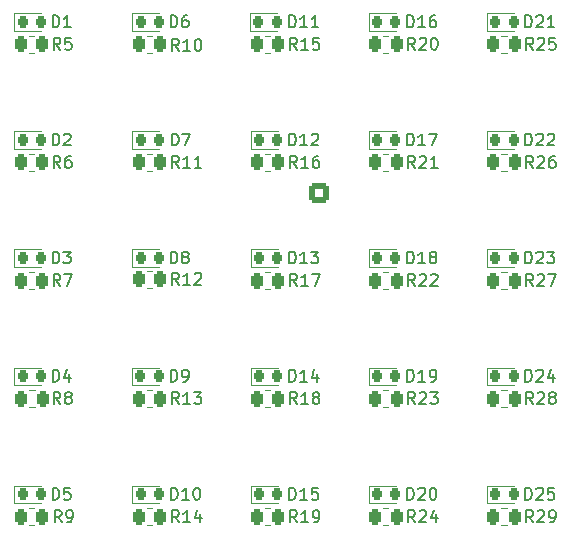
<source format=gto>
G04 #@! TF.GenerationSoftware,KiCad,Pcbnew,7.0.9*
G04 #@! TF.CreationDate,2024-04-06T01:03:45+02:00*
G04 #@! TF.ProjectId,v3,76332e6b-6963-4616-945f-706362585858,rev?*
G04 #@! TF.SameCoordinates,Original*
G04 #@! TF.FileFunction,Legend,Top*
G04 #@! TF.FilePolarity,Positive*
%FSLAX46Y46*%
G04 Gerber Fmt 4.6, Leading zero omitted, Abs format (unit mm)*
G04 Created by KiCad (PCBNEW 7.0.9) date 2024-04-06 01:03:45*
%MOMM*%
%LPD*%
G01*
G04 APERTURE LIST*
G04 Aperture macros list*
%AMRoundRect*
0 Rectangle with rounded corners*
0 $1 Rounding radius*
0 $2 $3 $4 $5 $6 $7 $8 $9 X,Y pos of 4 corners*
0 Add a 4 corners polygon primitive as box body*
4,1,4,$2,$3,$4,$5,$6,$7,$8,$9,$2,$3,0*
0 Add four circle primitives for the rounded corners*
1,1,$1+$1,$2,$3*
1,1,$1+$1,$4,$5*
1,1,$1+$1,$6,$7*
1,1,$1+$1,$8,$9*
0 Add four rect primitives between the rounded corners*
20,1,$1+$1,$2,$3,$4,$5,0*
20,1,$1+$1,$4,$5,$6,$7,0*
20,1,$1+$1,$6,$7,$8,$9,0*
20,1,$1+$1,$8,$9,$2,$3,0*%
G04 Aperture macros list end*
%ADD10C,0.150000*%
%ADD11C,0.120000*%
%ADD12RoundRect,0.250000X-0.262500X-0.450000X0.262500X-0.450000X0.262500X0.450000X-0.262500X0.450000X0*%
%ADD13RoundRect,0.218750X-0.218750X-0.256250X0.218750X-0.256250X0.218750X0.256250X-0.218750X0.256250X0*%
%ADD14RoundRect,0.250000X0.600000X0.600000X-0.600000X0.600000X-0.600000X-0.600000X0.600000X-0.600000X0*%
%ADD15R,1.700000X1.700000*%
%ADD16O,1.700000X1.700000*%
%ADD17O,1.700000X1.100000*%
G04 APERTURE END LIST*
D10*
X177457142Y-117354819D02*
X177123809Y-116878628D01*
X176885714Y-117354819D02*
X176885714Y-116354819D01*
X176885714Y-116354819D02*
X177266666Y-116354819D01*
X177266666Y-116354819D02*
X177361904Y-116402438D01*
X177361904Y-116402438D02*
X177409523Y-116450057D01*
X177409523Y-116450057D02*
X177457142Y-116545295D01*
X177457142Y-116545295D02*
X177457142Y-116688152D01*
X177457142Y-116688152D02*
X177409523Y-116783390D01*
X177409523Y-116783390D02*
X177361904Y-116831009D01*
X177361904Y-116831009D02*
X177266666Y-116878628D01*
X177266666Y-116878628D02*
X176885714Y-116878628D01*
X177838095Y-116450057D02*
X177885714Y-116402438D01*
X177885714Y-116402438D02*
X177980952Y-116354819D01*
X177980952Y-116354819D02*
X178219047Y-116354819D01*
X178219047Y-116354819D02*
X178314285Y-116402438D01*
X178314285Y-116402438D02*
X178361904Y-116450057D01*
X178361904Y-116450057D02*
X178409523Y-116545295D01*
X178409523Y-116545295D02*
X178409523Y-116640533D01*
X178409523Y-116640533D02*
X178361904Y-116783390D01*
X178361904Y-116783390D02*
X177790476Y-117354819D01*
X177790476Y-117354819D02*
X178409523Y-117354819D01*
X178885714Y-117354819D02*
X179076190Y-117354819D01*
X179076190Y-117354819D02*
X179171428Y-117307200D01*
X179171428Y-117307200D02*
X179219047Y-117259580D01*
X179219047Y-117259580D02*
X179314285Y-117116723D01*
X179314285Y-117116723D02*
X179361904Y-116926247D01*
X179361904Y-116926247D02*
X179361904Y-116545295D01*
X179361904Y-116545295D02*
X179314285Y-116450057D01*
X179314285Y-116450057D02*
X179266666Y-116402438D01*
X179266666Y-116402438D02*
X179171428Y-116354819D01*
X179171428Y-116354819D02*
X178980952Y-116354819D01*
X178980952Y-116354819D02*
X178885714Y-116402438D01*
X178885714Y-116402438D02*
X178838095Y-116450057D01*
X178838095Y-116450057D02*
X178790476Y-116545295D01*
X178790476Y-116545295D02*
X178790476Y-116783390D01*
X178790476Y-116783390D02*
X178838095Y-116878628D01*
X178838095Y-116878628D02*
X178885714Y-116926247D01*
X178885714Y-116926247D02*
X178980952Y-116973866D01*
X178980952Y-116973866D02*
X179171428Y-116973866D01*
X179171428Y-116973866D02*
X179266666Y-116926247D01*
X179266666Y-116926247D02*
X179314285Y-116878628D01*
X179314285Y-116878628D02*
X179361904Y-116783390D01*
X177457142Y-107354819D02*
X177123809Y-106878628D01*
X176885714Y-107354819D02*
X176885714Y-106354819D01*
X176885714Y-106354819D02*
X177266666Y-106354819D01*
X177266666Y-106354819D02*
X177361904Y-106402438D01*
X177361904Y-106402438D02*
X177409523Y-106450057D01*
X177409523Y-106450057D02*
X177457142Y-106545295D01*
X177457142Y-106545295D02*
X177457142Y-106688152D01*
X177457142Y-106688152D02*
X177409523Y-106783390D01*
X177409523Y-106783390D02*
X177361904Y-106831009D01*
X177361904Y-106831009D02*
X177266666Y-106878628D01*
X177266666Y-106878628D02*
X176885714Y-106878628D01*
X177838095Y-106450057D02*
X177885714Y-106402438D01*
X177885714Y-106402438D02*
X177980952Y-106354819D01*
X177980952Y-106354819D02*
X178219047Y-106354819D01*
X178219047Y-106354819D02*
X178314285Y-106402438D01*
X178314285Y-106402438D02*
X178361904Y-106450057D01*
X178361904Y-106450057D02*
X178409523Y-106545295D01*
X178409523Y-106545295D02*
X178409523Y-106640533D01*
X178409523Y-106640533D02*
X178361904Y-106783390D01*
X178361904Y-106783390D02*
X177790476Y-107354819D01*
X177790476Y-107354819D02*
X178409523Y-107354819D01*
X178980952Y-106783390D02*
X178885714Y-106735771D01*
X178885714Y-106735771D02*
X178838095Y-106688152D01*
X178838095Y-106688152D02*
X178790476Y-106592914D01*
X178790476Y-106592914D02*
X178790476Y-106545295D01*
X178790476Y-106545295D02*
X178838095Y-106450057D01*
X178838095Y-106450057D02*
X178885714Y-106402438D01*
X178885714Y-106402438D02*
X178980952Y-106354819D01*
X178980952Y-106354819D02*
X179171428Y-106354819D01*
X179171428Y-106354819D02*
X179266666Y-106402438D01*
X179266666Y-106402438D02*
X179314285Y-106450057D01*
X179314285Y-106450057D02*
X179361904Y-106545295D01*
X179361904Y-106545295D02*
X179361904Y-106592914D01*
X179361904Y-106592914D02*
X179314285Y-106688152D01*
X179314285Y-106688152D02*
X179266666Y-106735771D01*
X179266666Y-106735771D02*
X179171428Y-106783390D01*
X179171428Y-106783390D02*
X178980952Y-106783390D01*
X178980952Y-106783390D02*
X178885714Y-106831009D01*
X178885714Y-106831009D02*
X178838095Y-106878628D01*
X178838095Y-106878628D02*
X178790476Y-106973866D01*
X178790476Y-106973866D02*
X178790476Y-107164342D01*
X178790476Y-107164342D02*
X178838095Y-107259580D01*
X178838095Y-107259580D02*
X178885714Y-107307200D01*
X178885714Y-107307200D02*
X178980952Y-107354819D01*
X178980952Y-107354819D02*
X179171428Y-107354819D01*
X179171428Y-107354819D02*
X179266666Y-107307200D01*
X179266666Y-107307200D02*
X179314285Y-107259580D01*
X179314285Y-107259580D02*
X179361904Y-107164342D01*
X179361904Y-107164342D02*
X179361904Y-106973866D01*
X179361904Y-106973866D02*
X179314285Y-106878628D01*
X179314285Y-106878628D02*
X179266666Y-106831009D01*
X179266666Y-106831009D02*
X179171428Y-106783390D01*
X177457142Y-97354819D02*
X177123809Y-96878628D01*
X176885714Y-97354819D02*
X176885714Y-96354819D01*
X176885714Y-96354819D02*
X177266666Y-96354819D01*
X177266666Y-96354819D02*
X177361904Y-96402438D01*
X177361904Y-96402438D02*
X177409523Y-96450057D01*
X177409523Y-96450057D02*
X177457142Y-96545295D01*
X177457142Y-96545295D02*
X177457142Y-96688152D01*
X177457142Y-96688152D02*
X177409523Y-96783390D01*
X177409523Y-96783390D02*
X177361904Y-96831009D01*
X177361904Y-96831009D02*
X177266666Y-96878628D01*
X177266666Y-96878628D02*
X176885714Y-96878628D01*
X177838095Y-96450057D02*
X177885714Y-96402438D01*
X177885714Y-96402438D02*
X177980952Y-96354819D01*
X177980952Y-96354819D02*
X178219047Y-96354819D01*
X178219047Y-96354819D02*
X178314285Y-96402438D01*
X178314285Y-96402438D02*
X178361904Y-96450057D01*
X178361904Y-96450057D02*
X178409523Y-96545295D01*
X178409523Y-96545295D02*
X178409523Y-96640533D01*
X178409523Y-96640533D02*
X178361904Y-96783390D01*
X178361904Y-96783390D02*
X177790476Y-97354819D01*
X177790476Y-97354819D02*
X178409523Y-97354819D01*
X178742857Y-96354819D02*
X179409523Y-96354819D01*
X179409523Y-96354819D02*
X178980952Y-97354819D01*
X177457142Y-87354819D02*
X177123809Y-86878628D01*
X176885714Y-87354819D02*
X176885714Y-86354819D01*
X176885714Y-86354819D02*
X177266666Y-86354819D01*
X177266666Y-86354819D02*
X177361904Y-86402438D01*
X177361904Y-86402438D02*
X177409523Y-86450057D01*
X177409523Y-86450057D02*
X177457142Y-86545295D01*
X177457142Y-86545295D02*
X177457142Y-86688152D01*
X177457142Y-86688152D02*
X177409523Y-86783390D01*
X177409523Y-86783390D02*
X177361904Y-86831009D01*
X177361904Y-86831009D02*
X177266666Y-86878628D01*
X177266666Y-86878628D02*
X176885714Y-86878628D01*
X177838095Y-86450057D02*
X177885714Y-86402438D01*
X177885714Y-86402438D02*
X177980952Y-86354819D01*
X177980952Y-86354819D02*
X178219047Y-86354819D01*
X178219047Y-86354819D02*
X178314285Y-86402438D01*
X178314285Y-86402438D02*
X178361904Y-86450057D01*
X178361904Y-86450057D02*
X178409523Y-86545295D01*
X178409523Y-86545295D02*
X178409523Y-86640533D01*
X178409523Y-86640533D02*
X178361904Y-86783390D01*
X178361904Y-86783390D02*
X177790476Y-87354819D01*
X177790476Y-87354819D02*
X178409523Y-87354819D01*
X179266666Y-86354819D02*
X179076190Y-86354819D01*
X179076190Y-86354819D02*
X178980952Y-86402438D01*
X178980952Y-86402438D02*
X178933333Y-86450057D01*
X178933333Y-86450057D02*
X178838095Y-86592914D01*
X178838095Y-86592914D02*
X178790476Y-86783390D01*
X178790476Y-86783390D02*
X178790476Y-87164342D01*
X178790476Y-87164342D02*
X178838095Y-87259580D01*
X178838095Y-87259580D02*
X178885714Y-87307200D01*
X178885714Y-87307200D02*
X178980952Y-87354819D01*
X178980952Y-87354819D02*
X179171428Y-87354819D01*
X179171428Y-87354819D02*
X179266666Y-87307200D01*
X179266666Y-87307200D02*
X179314285Y-87259580D01*
X179314285Y-87259580D02*
X179361904Y-87164342D01*
X179361904Y-87164342D02*
X179361904Y-86926247D01*
X179361904Y-86926247D02*
X179314285Y-86831009D01*
X179314285Y-86831009D02*
X179266666Y-86783390D01*
X179266666Y-86783390D02*
X179171428Y-86735771D01*
X179171428Y-86735771D02*
X178980952Y-86735771D01*
X178980952Y-86735771D02*
X178885714Y-86783390D01*
X178885714Y-86783390D02*
X178838095Y-86831009D01*
X178838095Y-86831009D02*
X178790476Y-86926247D01*
X177457142Y-77354819D02*
X177123809Y-76878628D01*
X176885714Y-77354819D02*
X176885714Y-76354819D01*
X176885714Y-76354819D02*
X177266666Y-76354819D01*
X177266666Y-76354819D02*
X177361904Y-76402438D01*
X177361904Y-76402438D02*
X177409523Y-76450057D01*
X177409523Y-76450057D02*
X177457142Y-76545295D01*
X177457142Y-76545295D02*
X177457142Y-76688152D01*
X177457142Y-76688152D02*
X177409523Y-76783390D01*
X177409523Y-76783390D02*
X177361904Y-76831009D01*
X177361904Y-76831009D02*
X177266666Y-76878628D01*
X177266666Y-76878628D02*
X176885714Y-76878628D01*
X177838095Y-76450057D02*
X177885714Y-76402438D01*
X177885714Y-76402438D02*
X177980952Y-76354819D01*
X177980952Y-76354819D02*
X178219047Y-76354819D01*
X178219047Y-76354819D02*
X178314285Y-76402438D01*
X178314285Y-76402438D02*
X178361904Y-76450057D01*
X178361904Y-76450057D02*
X178409523Y-76545295D01*
X178409523Y-76545295D02*
X178409523Y-76640533D01*
X178409523Y-76640533D02*
X178361904Y-76783390D01*
X178361904Y-76783390D02*
X177790476Y-77354819D01*
X177790476Y-77354819D02*
X178409523Y-77354819D01*
X179314285Y-76354819D02*
X178838095Y-76354819D01*
X178838095Y-76354819D02*
X178790476Y-76831009D01*
X178790476Y-76831009D02*
X178838095Y-76783390D01*
X178838095Y-76783390D02*
X178933333Y-76735771D01*
X178933333Y-76735771D02*
X179171428Y-76735771D01*
X179171428Y-76735771D02*
X179266666Y-76783390D01*
X179266666Y-76783390D02*
X179314285Y-76831009D01*
X179314285Y-76831009D02*
X179361904Y-76926247D01*
X179361904Y-76926247D02*
X179361904Y-77164342D01*
X179361904Y-77164342D02*
X179314285Y-77259580D01*
X179314285Y-77259580D02*
X179266666Y-77307200D01*
X179266666Y-77307200D02*
X179171428Y-77354819D01*
X179171428Y-77354819D02*
X178933333Y-77354819D01*
X178933333Y-77354819D02*
X178838095Y-77307200D01*
X178838095Y-77307200D02*
X178790476Y-77259580D01*
X167457142Y-117354819D02*
X167123809Y-116878628D01*
X166885714Y-117354819D02*
X166885714Y-116354819D01*
X166885714Y-116354819D02*
X167266666Y-116354819D01*
X167266666Y-116354819D02*
X167361904Y-116402438D01*
X167361904Y-116402438D02*
X167409523Y-116450057D01*
X167409523Y-116450057D02*
X167457142Y-116545295D01*
X167457142Y-116545295D02*
X167457142Y-116688152D01*
X167457142Y-116688152D02*
X167409523Y-116783390D01*
X167409523Y-116783390D02*
X167361904Y-116831009D01*
X167361904Y-116831009D02*
X167266666Y-116878628D01*
X167266666Y-116878628D02*
X166885714Y-116878628D01*
X167838095Y-116450057D02*
X167885714Y-116402438D01*
X167885714Y-116402438D02*
X167980952Y-116354819D01*
X167980952Y-116354819D02*
X168219047Y-116354819D01*
X168219047Y-116354819D02*
X168314285Y-116402438D01*
X168314285Y-116402438D02*
X168361904Y-116450057D01*
X168361904Y-116450057D02*
X168409523Y-116545295D01*
X168409523Y-116545295D02*
X168409523Y-116640533D01*
X168409523Y-116640533D02*
X168361904Y-116783390D01*
X168361904Y-116783390D02*
X167790476Y-117354819D01*
X167790476Y-117354819D02*
X168409523Y-117354819D01*
X169266666Y-116688152D02*
X169266666Y-117354819D01*
X169028571Y-116307200D02*
X168790476Y-117021485D01*
X168790476Y-117021485D02*
X169409523Y-117021485D01*
X167457142Y-107354819D02*
X167123809Y-106878628D01*
X166885714Y-107354819D02*
X166885714Y-106354819D01*
X166885714Y-106354819D02*
X167266666Y-106354819D01*
X167266666Y-106354819D02*
X167361904Y-106402438D01*
X167361904Y-106402438D02*
X167409523Y-106450057D01*
X167409523Y-106450057D02*
X167457142Y-106545295D01*
X167457142Y-106545295D02*
X167457142Y-106688152D01*
X167457142Y-106688152D02*
X167409523Y-106783390D01*
X167409523Y-106783390D02*
X167361904Y-106831009D01*
X167361904Y-106831009D02*
X167266666Y-106878628D01*
X167266666Y-106878628D02*
X166885714Y-106878628D01*
X167838095Y-106450057D02*
X167885714Y-106402438D01*
X167885714Y-106402438D02*
X167980952Y-106354819D01*
X167980952Y-106354819D02*
X168219047Y-106354819D01*
X168219047Y-106354819D02*
X168314285Y-106402438D01*
X168314285Y-106402438D02*
X168361904Y-106450057D01*
X168361904Y-106450057D02*
X168409523Y-106545295D01*
X168409523Y-106545295D02*
X168409523Y-106640533D01*
X168409523Y-106640533D02*
X168361904Y-106783390D01*
X168361904Y-106783390D02*
X167790476Y-107354819D01*
X167790476Y-107354819D02*
X168409523Y-107354819D01*
X168742857Y-106354819D02*
X169361904Y-106354819D01*
X169361904Y-106354819D02*
X169028571Y-106735771D01*
X169028571Y-106735771D02*
X169171428Y-106735771D01*
X169171428Y-106735771D02*
X169266666Y-106783390D01*
X169266666Y-106783390D02*
X169314285Y-106831009D01*
X169314285Y-106831009D02*
X169361904Y-106926247D01*
X169361904Y-106926247D02*
X169361904Y-107164342D01*
X169361904Y-107164342D02*
X169314285Y-107259580D01*
X169314285Y-107259580D02*
X169266666Y-107307200D01*
X169266666Y-107307200D02*
X169171428Y-107354819D01*
X169171428Y-107354819D02*
X168885714Y-107354819D01*
X168885714Y-107354819D02*
X168790476Y-107307200D01*
X168790476Y-107307200D02*
X168742857Y-107259580D01*
X167457142Y-97354819D02*
X167123809Y-96878628D01*
X166885714Y-97354819D02*
X166885714Y-96354819D01*
X166885714Y-96354819D02*
X167266666Y-96354819D01*
X167266666Y-96354819D02*
X167361904Y-96402438D01*
X167361904Y-96402438D02*
X167409523Y-96450057D01*
X167409523Y-96450057D02*
X167457142Y-96545295D01*
X167457142Y-96545295D02*
X167457142Y-96688152D01*
X167457142Y-96688152D02*
X167409523Y-96783390D01*
X167409523Y-96783390D02*
X167361904Y-96831009D01*
X167361904Y-96831009D02*
X167266666Y-96878628D01*
X167266666Y-96878628D02*
X166885714Y-96878628D01*
X167838095Y-96450057D02*
X167885714Y-96402438D01*
X167885714Y-96402438D02*
X167980952Y-96354819D01*
X167980952Y-96354819D02*
X168219047Y-96354819D01*
X168219047Y-96354819D02*
X168314285Y-96402438D01*
X168314285Y-96402438D02*
X168361904Y-96450057D01*
X168361904Y-96450057D02*
X168409523Y-96545295D01*
X168409523Y-96545295D02*
X168409523Y-96640533D01*
X168409523Y-96640533D02*
X168361904Y-96783390D01*
X168361904Y-96783390D02*
X167790476Y-97354819D01*
X167790476Y-97354819D02*
X168409523Y-97354819D01*
X168790476Y-96450057D02*
X168838095Y-96402438D01*
X168838095Y-96402438D02*
X168933333Y-96354819D01*
X168933333Y-96354819D02*
X169171428Y-96354819D01*
X169171428Y-96354819D02*
X169266666Y-96402438D01*
X169266666Y-96402438D02*
X169314285Y-96450057D01*
X169314285Y-96450057D02*
X169361904Y-96545295D01*
X169361904Y-96545295D02*
X169361904Y-96640533D01*
X169361904Y-96640533D02*
X169314285Y-96783390D01*
X169314285Y-96783390D02*
X168742857Y-97354819D01*
X168742857Y-97354819D02*
X169361904Y-97354819D01*
X167457142Y-87354819D02*
X167123809Y-86878628D01*
X166885714Y-87354819D02*
X166885714Y-86354819D01*
X166885714Y-86354819D02*
X167266666Y-86354819D01*
X167266666Y-86354819D02*
X167361904Y-86402438D01*
X167361904Y-86402438D02*
X167409523Y-86450057D01*
X167409523Y-86450057D02*
X167457142Y-86545295D01*
X167457142Y-86545295D02*
X167457142Y-86688152D01*
X167457142Y-86688152D02*
X167409523Y-86783390D01*
X167409523Y-86783390D02*
X167361904Y-86831009D01*
X167361904Y-86831009D02*
X167266666Y-86878628D01*
X167266666Y-86878628D02*
X166885714Y-86878628D01*
X167838095Y-86450057D02*
X167885714Y-86402438D01*
X167885714Y-86402438D02*
X167980952Y-86354819D01*
X167980952Y-86354819D02*
X168219047Y-86354819D01*
X168219047Y-86354819D02*
X168314285Y-86402438D01*
X168314285Y-86402438D02*
X168361904Y-86450057D01*
X168361904Y-86450057D02*
X168409523Y-86545295D01*
X168409523Y-86545295D02*
X168409523Y-86640533D01*
X168409523Y-86640533D02*
X168361904Y-86783390D01*
X168361904Y-86783390D02*
X167790476Y-87354819D01*
X167790476Y-87354819D02*
X168409523Y-87354819D01*
X169361904Y-87354819D02*
X168790476Y-87354819D01*
X169076190Y-87354819D02*
X169076190Y-86354819D01*
X169076190Y-86354819D02*
X168980952Y-86497676D01*
X168980952Y-86497676D02*
X168885714Y-86592914D01*
X168885714Y-86592914D02*
X168790476Y-86640533D01*
X167457142Y-77354819D02*
X167123809Y-76878628D01*
X166885714Y-77354819D02*
X166885714Y-76354819D01*
X166885714Y-76354819D02*
X167266666Y-76354819D01*
X167266666Y-76354819D02*
X167361904Y-76402438D01*
X167361904Y-76402438D02*
X167409523Y-76450057D01*
X167409523Y-76450057D02*
X167457142Y-76545295D01*
X167457142Y-76545295D02*
X167457142Y-76688152D01*
X167457142Y-76688152D02*
X167409523Y-76783390D01*
X167409523Y-76783390D02*
X167361904Y-76831009D01*
X167361904Y-76831009D02*
X167266666Y-76878628D01*
X167266666Y-76878628D02*
X166885714Y-76878628D01*
X167838095Y-76450057D02*
X167885714Y-76402438D01*
X167885714Y-76402438D02*
X167980952Y-76354819D01*
X167980952Y-76354819D02*
X168219047Y-76354819D01*
X168219047Y-76354819D02*
X168314285Y-76402438D01*
X168314285Y-76402438D02*
X168361904Y-76450057D01*
X168361904Y-76450057D02*
X168409523Y-76545295D01*
X168409523Y-76545295D02*
X168409523Y-76640533D01*
X168409523Y-76640533D02*
X168361904Y-76783390D01*
X168361904Y-76783390D02*
X167790476Y-77354819D01*
X167790476Y-77354819D02*
X168409523Y-77354819D01*
X169028571Y-76354819D02*
X169123809Y-76354819D01*
X169123809Y-76354819D02*
X169219047Y-76402438D01*
X169219047Y-76402438D02*
X169266666Y-76450057D01*
X169266666Y-76450057D02*
X169314285Y-76545295D01*
X169314285Y-76545295D02*
X169361904Y-76735771D01*
X169361904Y-76735771D02*
X169361904Y-76973866D01*
X169361904Y-76973866D02*
X169314285Y-77164342D01*
X169314285Y-77164342D02*
X169266666Y-77259580D01*
X169266666Y-77259580D02*
X169219047Y-77307200D01*
X169219047Y-77307200D02*
X169123809Y-77354819D01*
X169123809Y-77354819D02*
X169028571Y-77354819D01*
X169028571Y-77354819D02*
X168933333Y-77307200D01*
X168933333Y-77307200D02*
X168885714Y-77259580D01*
X168885714Y-77259580D02*
X168838095Y-77164342D01*
X168838095Y-77164342D02*
X168790476Y-76973866D01*
X168790476Y-76973866D02*
X168790476Y-76735771D01*
X168790476Y-76735771D02*
X168838095Y-76545295D01*
X168838095Y-76545295D02*
X168885714Y-76450057D01*
X168885714Y-76450057D02*
X168933333Y-76402438D01*
X168933333Y-76402438D02*
X169028571Y-76354819D01*
X157457142Y-117354819D02*
X157123809Y-116878628D01*
X156885714Y-117354819D02*
X156885714Y-116354819D01*
X156885714Y-116354819D02*
X157266666Y-116354819D01*
X157266666Y-116354819D02*
X157361904Y-116402438D01*
X157361904Y-116402438D02*
X157409523Y-116450057D01*
X157409523Y-116450057D02*
X157457142Y-116545295D01*
X157457142Y-116545295D02*
X157457142Y-116688152D01*
X157457142Y-116688152D02*
X157409523Y-116783390D01*
X157409523Y-116783390D02*
X157361904Y-116831009D01*
X157361904Y-116831009D02*
X157266666Y-116878628D01*
X157266666Y-116878628D02*
X156885714Y-116878628D01*
X158409523Y-117354819D02*
X157838095Y-117354819D01*
X158123809Y-117354819D02*
X158123809Y-116354819D01*
X158123809Y-116354819D02*
X158028571Y-116497676D01*
X158028571Y-116497676D02*
X157933333Y-116592914D01*
X157933333Y-116592914D02*
X157838095Y-116640533D01*
X158885714Y-117354819D02*
X159076190Y-117354819D01*
X159076190Y-117354819D02*
X159171428Y-117307200D01*
X159171428Y-117307200D02*
X159219047Y-117259580D01*
X159219047Y-117259580D02*
X159314285Y-117116723D01*
X159314285Y-117116723D02*
X159361904Y-116926247D01*
X159361904Y-116926247D02*
X159361904Y-116545295D01*
X159361904Y-116545295D02*
X159314285Y-116450057D01*
X159314285Y-116450057D02*
X159266666Y-116402438D01*
X159266666Y-116402438D02*
X159171428Y-116354819D01*
X159171428Y-116354819D02*
X158980952Y-116354819D01*
X158980952Y-116354819D02*
X158885714Y-116402438D01*
X158885714Y-116402438D02*
X158838095Y-116450057D01*
X158838095Y-116450057D02*
X158790476Y-116545295D01*
X158790476Y-116545295D02*
X158790476Y-116783390D01*
X158790476Y-116783390D02*
X158838095Y-116878628D01*
X158838095Y-116878628D02*
X158885714Y-116926247D01*
X158885714Y-116926247D02*
X158980952Y-116973866D01*
X158980952Y-116973866D02*
X159171428Y-116973866D01*
X159171428Y-116973866D02*
X159266666Y-116926247D01*
X159266666Y-116926247D02*
X159314285Y-116878628D01*
X159314285Y-116878628D02*
X159361904Y-116783390D01*
X157457142Y-107354819D02*
X157123809Y-106878628D01*
X156885714Y-107354819D02*
X156885714Y-106354819D01*
X156885714Y-106354819D02*
X157266666Y-106354819D01*
X157266666Y-106354819D02*
X157361904Y-106402438D01*
X157361904Y-106402438D02*
X157409523Y-106450057D01*
X157409523Y-106450057D02*
X157457142Y-106545295D01*
X157457142Y-106545295D02*
X157457142Y-106688152D01*
X157457142Y-106688152D02*
X157409523Y-106783390D01*
X157409523Y-106783390D02*
X157361904Y-106831009D01*
X157361904Y-106831009D02*
X157266666Y-106878628D01*
X157266666Y-106878628D02*
X156885714Y-106878628D01*
X158409523Y-107354819D02*
X157838095Y-107354819D01*
X158123809Y-107354819D02*
X158123809Y-106354819D01*
X158123809Y-106354819D02*
X158028571Y-106497676D01*
X158028571Y-106497676D02*
X157933333Y-106592914D01*
X157933333Y-106592914D02*
X157838095Y-106640533D01*
X158980952Y-106783390D02*
X158885714Y-106735771D01*
X158885714Y-106735771D02*
X158838095Y-106688152D01*
X158838095Y-106688152D02*
X158790476Y-106592914D01*
X158790476Y-106592914D02*
X158790476Y-106545295D01*
X158790476Y-106545295D02*
X158838095Y-106450057D01*
X158838095Y-106450057D02*
X158885714Y-106402438D01*
X158885714Y-106402438D02*
X158980952Y-106354819D01*
X158980952Y-106354819D02*
X159171428Y-106354819D01*
X159171428Y-106354819D02*
X159266666Y-106402438D01*
X159266666Y-106402438D02*
X159314285Y-106450057D01*
X159314285Y-106450057D02*
X159361904Y-106545295D01*
X159361904Y-106545295D02*
X159361904Y-106592914D01*
X159361904Y-106592914D02*
X159314285Y-106688152D01*
X159314285Y-106688152D02*
X159266666Y-106735771D01*
X159266666Y-106735771D02*
X159171428Y-106783390D01*
X159171428Y-106783390D02*
X158980952Y-106783390D01*
X158980952Y-106783390D02*
X158885714Y-106831009D01*
X158885714Y-106831009D02*
X158838095Y-106878628D01*
X158838095Y-106878628D02*
X158790476Y-106973866D01*
X158790476Y-106973866D02*
X158790476Y-107164342D01*
X158790476Y-107164342D02*
X158838095Y-107259580D01*
X158838095Y-107259580D02*
X158885714Y-107307200D01*
X158885714Y-107307200D02*
X158980952Y-107354819D01*
X158980952Y-107354819D02*
X159171428Y-107354819D01*
X159171428Y-107354819D02*
X159266666Y-107307200D01*
X159266666Y-107307200D02*
X159314285Y-107259580D01*
X159314285Y-107259580D02*
X159361904Y-107164342D01*
X159361904Y-107164342D02*
X159361904Y-106973866D01*
X159361904Y-106973866D02*
X159314285Y-106878628D01*
X159314285Y-106878628D02*
X159266666Y-106831009D01*
X159266666Y-106831009D02*
X159171428Y-106783390D01*
X157457142Y-97354819D02*
X157123809Y-96878628D01*
X156885714Y-97354819D02*
X156885714Y-96354819D01*
X156885714Y-96354819D02*
X157266666Y-96354819D01*
X157266666Y-96354819D02*
X157361904Y-96402438D01*
X157361904Y-96402438D02*
X157409523Y-96450057D01*
X157409523Y-96450057D02*
X157457142Y-96545295D01*
X157457142Y-96545295D02*
X157457142Y-96688152D01*
X157457142Y-96688152D02*
X157409523Y-96783390D01*
X157409523Y-96783390D02*
X157361904Y-96831009D01*
X157361904Y-96831009D02*
X157266666Y-96878628D01*
X157266666Y-96878628D02*
X156885714Y-96878628D01*
X158409523Y-97354819D02*
X157838095Y-97354819D01*
X158123809Y-97354819D02*
X158123809Y-96354819D01*
X158123809Y-96354819D02*
X158028571Y-96497676D01*
X158028571Y-96497676D02*
X157933333Y-96592914D01*
X157933333Y-96592914D02*
X157838095Y-96640533D01*
X158742857Y-96354819D02*
X159409523Y-96354819D01*
X159409523Y-96354819D02*
X158980952Y-97354819D01*
X157457142Y-87354819D02*
X157123809Y-86878628D01*
X156885714Y-87354819D02*
X156885714Y-86354819D01*
X156885714Y-86354819D02*
X157266666Y-86354819D01*
X157266666Y-86354819D02*
X157361904Y-86402438D01*
X157361904Y-86402438D02*
X157409523Y-86450057D01*
X157409523Y-86450057D02*
X157457142Y-86545295D01*
X157457142Y-86545295D02*
X157457142Y-86688152D01*
X157457142Y-86688152D02*
X157409523Y-86783390D01*
X157409523Y-86783390D02*
X157361904Y-86831009D01*
X157361904Y-86831009D02*
X157266666Y-86878628D01*
X157266666Y-86878628D02*
X156885714Y-86878628D01*
X158409523Y-87354819D02*
X157838095Y-87354819D01*
X158123809Y-87354819D02*
X158123809Y-86354819D01*
X158123809Y-86354819D02*
X158028571Y-86497676D01*
X158028571Y-86497676D02*
X157933333Y-86592914D01*
X157933333Y-86592914D02*
X157838095Y-86640533D01*
X159266666Y-86354819D02*
X159076190Y-86354819D01*
X159076190Y-86354819D02*
X158980952Y-86402438D01*
X158980952Y-86402438D02*
X158933333Y-86450057D01*
X158933333Y-86450057D02*
X158838095Y-86592914D01*
X158838095Y-86592914D02*
X158790476Y-86783390D01*
X158790476Y-86783390D02*
X158790476Y-87164342D01*
X158790476Y-87164342D02*
X158838095Y-87259580D01*
X158838095Y-87259580D02*
X158885714Y-87307200D01*
X158885714Y-87307200D02*
X158980952Y-87354819D01*
X158980952Y-87354819D02*
X159171428Y-87354819D01*
X159171428Y-87354819D02*
X159266666Y-87307200D01*
X159266666Y-87307200D02*
X159314285Y-87259580D01*
X159314285Y-87259580D02*
X159361904Y-87164342D01*
X159361904Y-87164342D02*
X159361904Y-86926247D01*
X159361904Y-86926247D02*
X159314285Y-86831009D01*
X159314285Y-86831009D02*
X159266666Y-86783390D01*
X159266666Y-86783390D02*
X159171428Y-86735771D01*
X159171428Y-86735771D02*
X158980952Y-86735771D01*
X158980952Y-86735771D02*
X158885714Y-86783390D01*
X158885714Y-86783390D02*
X158838095Y-86831009D01*
X158838095Y-86831009D02*
X158790476Y-86926247D01*
X157457142Y-77354819D02*
X157123809Y-76878628D01*
X156885714Y-77354819D02*
X156885714Y-76354819D01*
X156885714Y-76354819D02*
X157266666Y-76354819D01*
X157266666Y-76354819D02*
X157361904Y-76402438D01*
X157361904Y-76402438D02*
X157409523Y-76450057D01*
X157409523Y-76450057D02*
X157457142Y-76545295D01*
X157457142Y-76545295D02*
X157457142Y-76688152D01*
X157457142Y-76688152D02*
X157409523Y-76783390D01*
X157409523Y-76783390D02*
X157361904Y-76831009D01*
X157361904Y-76831009D02*
X157266666Y-76878628D01*
X157266666Y-76878628D02*
X156885714Y-76878628D01*
X158409523Y-77354819D02*
X157838095Y-77354819D01*
X158123809Y-77354819D02*
X158123809Y-76354819D01*
X158123809Y-76354819D02*
X158028571Y-76497676D01*
X158028571Y-76497676D02*
X157933333Y-76592914D01*
X157933333Y-76592914D02*
X157838095Y-76640533D01*
X159314285Y-76354819D02*
X158838095Y-76354819D01*
X158838095Y-76354819D02*
X158790476Y-76831009D01*
X158790476Y-76831009D02*
X158838095Y-76783390D01*
X158838095Y-76783390D02*
X158933333Y-76735771D01*
X158933333Y-76735771D02*
X159171428Y-76735771D01*
X159171428Y-76735771D02*
X159266666Y-76783390D01*
X159266666Y-76783390D02*
X159314285Y-76831009D01*
X159314285Y-76831009D02*
X159361904Y-76926247D01*
X159361904Y-76926247D02*
X159361904Y-77164342D01*
X159361904Y-77164342D02*
X159314285Y-77259580D01*
X159314285Y-77259580D02*
X159266666Y-77307200D01*
X159266666Y-77307200D02*
X159171428Y-77354819D01*
X159171428Y-77354819D02*
X158933333Y-77354819D01*
X158933333Y-77354819D02*
X158838095Y-77307200D01*
X158838095Y-77307200D02*
X158790476Y-77259580D01*
X147457142Y-117354819D02*
X147123809Y-116878628D01*
X146885714Y-117354819D02*
X146885714Y-116354819D01*
X146885714Y-116354819D02*
X147266666Y-116354819D01*
X147266666Y-116354819D02*
X147361904Y-116402438D01*
X147361904Y-116402438D02*
X147409523Y-116450057D01*
X147409523Y-116450057D02*
X147457142Y-116545295D01*
X147457142Y-116545295D02*
X147457142Y-116688152D01*
X147457142Y-116688152D02*
X147409523Y-116783390D01*
X147409523Y-116783390D02*
X147361904Y-116831009D01*
X147361904Y-116831009D02*
X147266666Y-116878628D01*
X147266666Y-116878628D02*
X146885714Y-116878628D01*
X148409523Y-117354819D02*
X147838095Y-117354819D01*
X148123809Y-117354819D02*
X148123809Y-116354819D01*
X148123809Y-116354819D02*
X148028571Y-116497676D01*
X148028571Y-116497676D02*
X147933333Y-116592914D01*
X147933333Y-116592914D02*
X147838095Y-116640533D01*
X149266666Y-116688152D02*
X149266666Y-117354819D01*
X149028571Y-116307200D02*
X148790476Y-117021485D01*
X148790476Y-117021485D02*
X149409523Y-117021485D01*
X147457142Y-107354819D02*
X147123809Y-106878628D01*
X146885714Y-107354819D02*
X146885714Y-106354819D01*
X146885714Y-106354819D02*
X147266666Y-106354819D01*
X147266666Y-106354819D02*
X147361904Y-106402438D01*
X147361904Y-106402438D02*
X147409523Y-106450057D01*
X147409523Y-106450057D02*
X147457142Y-106545295D01*
X147457142Y-106545295D02*
X147457142Y-106688152D01*
X147457142Y-106688152D02*
X147409523Y-106783390D01*
X147409523Y-106783390D02*
X147361904Y-106831009D01*
X147361904Y-106831009D02*
X147266666Y-106878628D01*
X147266666Y-106878628D02*
X146885714Y-106878628D01*
X148409523Y-107354819D02*
X147838095Y-107354819D01*
X148123809Y-107354819D02*
X148123809Y-106354819D01*
X148123809Y-106354819D02*
X148028571Y-106497676D01*
X148028571Y-106497676D02*
X147933333Y-106592914D01*
X147933333Y-106592914D02*
X147838095Y-106640533D01*
X148742857Y-106354819D02*
X149361904Y-106354819D01*
X149361904Y-106354819D02*
X149028571Y-106735771D01*
X149028571Y-106735771D02*
X149171428Y-106735771D01*
X149171428Y-106735771D02*
X149266666Y-106783390D01*
X149266666Y-106783390D02*
X149314285Y-106831009D01*
X149314285Y-106831009D02*
X149361904Y-106926247D01*
X149361904Y-106926247D02*
X149361904Y-107164342D01*
X149361904Y-107164342D02*
X149314285Y-107259580D01*
X149314285Y-107259580D02*
X149266666Y-107307200D01*
X149266666Y-107307200D02*
X149171428Y-107354819D01*
X149171428Y-107354819D02*
X148885714Y-107354819D01*
X148885714Y-107354819D02*
X148790476Y-107307200D01*
X148790476Y-107307200D02*
X148742857Y-107259580D01*
X147457142Y-97254819D02*
X147123809Y-96778628D01*
X146885714Y-97254819D02*
X146885714Y-96254819D01*
X146885714Y-96254819D02*
X147266666Y-96254819D01*
X147266666Y-96254819D02*
X147361904Y-96302438D01*
X147361904Y-96302438D02*
X147409523Y-96350057D01*
X147409523Y-96350057D02*
X147457142Y-96445295D01*
X147457142Y-96445295D02*
X147457142Y-96588152D01*
X147457142Y-96588152D02*
X147409523Y-96683390D01*
X147409523Y-96683390D02*
X147361904Y-96731009D01*
X147361904Y-96731009D02*
X147266666Y-96778628D01*
X147266666Y-96778628D02*
X146885714Y-96778628D01*
X148409523Y-97254819D02*
X147838095Y-97254819D01*
X148123809Y-97254819D02*
X148123809Y-96254819D01*
X148123809Y-96254819D02*
X148028571Y-96397676D01*
X148028571Y-96397676D02*
X147933333Y-96492914D01*
X147933333Y-96492914D02*
X147838095Y-96540533D01*
X148790476Y-96350057D02*
X148838095Y-96302438D01*
X148838095Y-96302438D02*
X148933333Y-96254819D01*
X148933333Y-96254819D02*
X149171428Y-96254819D01*
X149171428Y-96254819D02*
X149266666Y-96302438D01*
X149266666Y-96302438D02*
X149314285Y-96350057D01*
X149314285Y-96350057D02*
X149361904Y-96445295D01*
X149361904Y-96445295D02*
X149361904Y-96540533D01*
X149361904Y-96540533D02*
X149314285Y-96683390D01*
X149314285Y-96683390D02*
X148742857Y-97254819D01*
X148742857Y-97254819D02*
X149361904Y-97254819D01*
X147457142Y-87354819D02*
X147123809Y-86878628D01*
X146885714Y-87354819D02*
X146885714Y-86354819D01*
X146885714Y-86354819D02*
X147266666Y-86354819D01*
X147266666Y-86354819D02*
X147361904Y-86402438D01*
X147361904Y-86402438D02*
X147409523Y-86450057D01*
X147409523Y-86450057D02*
X147457142Y-86545295D01*
X147457142Y-86545295D02*
X147457142Y-86688152D01*
X147457142Y-86688152D02*
X147409523Y-86783390D01*
X147409523Y-86783390D02*
X147361904Y-86831009D01*
X147361904Y-86831009D02*
X147266666Y-86878628D01*
X147266666Y-86878628D02*
X146885714Y-86878628D01*
X148409523Y-87354819D02*
X147838095Y-87354819D01*
X148123809Y-87354819D02*
X148123809Y-86354819D01*
X148123809Y-86354819D02*
X148028571Y-86497676D01*
X148028571Y-86497676D02*
X147933333Y-86592914D01*
X147933333Y-86592914D02*
X147838095Y-86640533D01*
X149361904Y-87354819D02*
X148790476Y-87354819D01*
X149076190Y-87354819D02*
X149076190Y-86354819D01*
X149076190Y-86354819D02*
X148980952Y-86497676D01*
X148980952Y-86497676D02*
X148885714Y-86592914D01*
X148885714Y-86592914D02*
X148790476Y-86640533D01*
X147457142Y-77454819D02*
X147123809Y-76978628D01*
X146885714Y-77454819D02*
X146885714Y-76454819D01*
X146885714Y-76454819D02*
X147266666Y-76454819D01*
X147266666Y-76454819D02*
X147361904Y-76502438D01*
X147361904Y-76502438D02*
X147409523Y-76550057D01*
X147409523Y-76550057D02*
X147457142Y-76645295D01*
X147457142Y-76645295D02*
X147457142Y-76788152D01*
X147457142Y-76788152D02*
X147409523Y-76883390D01*
X147409523Y-76883390D02*
X147361904Y-76931009D01*
X147361904Y-76931009D02*
X147266666Y-76978628D01*
X147266666Y-76978628D02*
X146885714Y-76978628D01*
X148409523Y-77454819D02*
X147838095Y-77454819D01*
X148123809Y-77454819D02*
X148123809Y-76454819D01*
X148123809Y-76454819D02*
X148028571Y-76597676D01*
X148028571Y-76597676D02*
X147933333Y-76692914D01*
X147933333Y-76692914D02*
X147838095Y-76740533D01*
X149028571Y-76454819D02*
X149123809Y-76454819D01*
X149123809Y-76454819D02*
X149219047Y-76502438D01*
X149219047Y-76502438D02*
X149266666Y-76550057D01*
X149266666Y-76550057D02*
X149314285Y-76645295D01*
X149314285Y-76645295D02*
X149361904Y-76835771D01*
X149361904Y-76835771D02*
X149361904Y-77073866D01*
X149361904Y-77073866D02*
X149314285Y-77264342D01*
X149314285Y-77264342D02*
X149266666Y-77359580D01*
X149266666Y-77359580D02*
X149219047Y-77407200D01*
X149219047Y-77407200D02*
X149123809Y-77454819D01*
X149123809Y-77454819D02*
X149028571Y-77454819D01*
X149028571Y-77454819D02*
X148933333Y-77407200D01*
X148933333Y-77407200D02*
X148885714Y-77359580D01*
X148885714Y-77359580D02*
X148838095Y-77264342D01*
X148838095Y-77264342D02*
X148790476Y-77073866D01*
X148790476Y-77073866D02*
X148790476Y-76835771D01*
X148790476Y-76835771D02*
X148838095Y-76645295D01*
X148838095Y-76645295D02*
X148885714Y-76550057D01*
X148885714Y-76550057D02*
X148933333Y-76502438D01*
X148933333Y-76502438D02*
X149028571Y-76454819D01*
X137533333Y-117354819D02*
X137200000Y-116878628D01*
X136961905Y-117354819D02*
X136961905Y-116354819D01*
X136961905Y-116354819D02*
X137342857Y-116354819D01*
X137342857Y-116354819D02*
X137438095Y-116402438D01*
X137438095Y-116402438D02*
X137485714Y-116450057D01*
X137485714Y-116450057D02*
X137533333Y-116545295D01*
X137533333Y-116545295D02*
X137533333Y-116688152D01*
X137533333Y-116688152D02*
X137485714Y-116783390D01*
X137485714Y-116783390D02*
X137438095Y-116831009D01*
X137438095Y-116831009D02*
X137342857Y-116878628D01*
X137342857Y-116878628D02*
X136961905Y-116878628D01*
X138009524Y-117354819D02*
X138200000Y-117354819D01*
X138200000Y-117354819D02*
X138295238Y-117307200D01*
X138295238Y-117307200D02*
X138342857Y-117259580D01*
X138342857Y-117259580D02*
X138438095Y-117116723D01*
X138438095Y-117116723D02*
X138485714Y-116926247D01*
X138485714Y-116926247D02*
X138485714Y-116545295D01*
X138485714Y-116545295D02*
X138438095Y-116450057D01*
X138438095Y-116450057D02*
X138390476Y-116402438D01*
X138390476Y-116402438D02*
X138295238Y-116354819D01*
X138295238Y-116354819D02*
X138104762Y-116354819D01*
X138104762Y-116354819D02*
X138009524Y-116402438D01*
X138009524Y-116402438D02*
X137961905Y-116450057D01*
X137961905Y-116450057D02*
X137914286Y-116545295D01*
X137914286Y-116545295D02*
X137914286Y-116783390D01*
X137914286Y-116783390D02*
X137961905Y-116878628D01*
X137961905Y-116878628D02*
X138009524Y-116926247D01*
X138009524Y-116926247D02*
X138104762Y-116973866D01*
X138104762Y-116973866D02*
X138295238Y-116973866D01*
X138295238Y-116973866D02*
X138390476Y-116926247D01*
X138390476Y-116926247D02*
X138438095Y-116878628D01*
X138438095Y-116878628D02*
X138485714Y-116783390D01*
X137433333Y-107354819D02*
X137100000Y-106878628D01*
X136861905Y-107354819D02*
X136861905Y-106354819D01*
X136861905Y-106354819D02*
X137242857Y-106354819D01*
X137242857Y-106354819D02*
X137338095Y-106402438D01*
X137338095Y-106402438D02*
X137385714Y-106450057D01*
X137385714Y-106450057D02*
X137433333Y-106545295D01*
X137433333Y-106545295D02*
X137433333Y-106688152D01*
X137433333Y-106688152D02*
X137385714Y-106783390D01*
X137385714Y-106783390D02*
X137338095Y-106831009D01*
X137338095Y-106831009D02*
X137242857Y-106878628D01*
X137242857Y-106878628D02*
X136861905Y-106878628D01*
X138004762Y-106783390D02*
X137909524Y-106735771D01*
X137909524Y-106735771D02*
X137861905Y-106688152D01*
X137861905Y-106688152D02*
X137814286Y-106592914D01*
X137814286Y-106592914D02*
X137814286Y-106545295D01*
X137814286Y-106545295D02*
X137861905Y-106450057D01*
X137861905Y-106450057D02*
X137909524Y-106402438D01*
X137909524Y-106402438D02*
X138004762Y-106354819D01*
X138004762Y-106354819D02*
X138195238Y-106354819D01*
X138195238Y-106354819D02*
X138290476Y-106402438D01*
X138290476Y-106402438D02*
X138338095Y-106450057D01*
X138338095Y-106450057D02*
X138385714Y-106545295D01*
X138385714Y-106545295D02*
X138385714Y-106592914D01*
X138385714Y-106592914D02*
X138338095Y-106688152D01*
X138338095Y-106688152D02*
X138290476Y-106735771D01*
X138290476Y-106735771D02*
X138195238Y-106783390D01*
X138195238Y-106783390D02*
X138004762Y-106783390D01*
X138004762Y-106783390D02*
X137909524Y-106831009D01*
X137909524Y-106831009D02*
X137861905Y-106878628D01*
X137861905Y-106878628D02*
X137814286Y-106973866D01*
X137814286Y-106973866D02*
X137814286Y-107164342D01*
X137814286Y-107164342D02*
X137861905Y-107259580D01*
X137861905Y-107259580D02*
X137909524Y-107307200D01*
X137909524Y-107307200D02*
X138004762Y-107354819D01*
X138004762Y-107354819D02*
X138195238Y-107354819D01*
X138195238Y-107354819D02*
X138290476Y-107307200D01*
X138290476Y-107307200D02*
X138338095Y-107259580D01*
X138338095Y-107259580D02*
X138385714Y-107164342D01*
X138385714Y-107164342D02*
X138385714Y-106973866D01*
X138385714Y-106973866D02*
X138338095Y-106878628D01*
X138338095Y-106878628D02*
X138290476Y-106831009D01*
X138290476Y-106831009D02*
X138195238Y-106783390D01*
X137433333Y-97354819D02*
X137100000Y-96878628D01*
X136861905Y-97354819D02*
X136861905Y-96354819D01*
X136861905Y-96354819D02*
X137242857Y-96354819D01*
X137242857Y-96354819D02*
X137338095Y-96402438D01*
X137338095Y-96402438D02*
X137385714Y-96450057D01*
X137385714Y-96450057D02*
X137433333Y-96545295D01*
X137433333Y-96545295D02*
X137433333Y-96688152D01*
X137433333Y-96688152D02*
X137385714Y-96783390D01*
X137385714Y-96783390D02*
X137338095Y-96831009D01*
X137338095Y-96831009D02*
X137242857Y-96878628D01*
X137242857Y-96878628D02*
X136861905Y-96878628D01*
X137766667Y-96354819D02*
X138433333Y-96354819D01*
X138433333Y-96354819D02*
X138004762Y-97354819D01*
X137433333Y-87354819D02*
X137100000Y-86878628D01*
X136861905Y-87354819D02*
X136861905Y-86354819D01*
X136861905Y-86354819D02*
X137242857Y-86354819D01*
X137242857Y-86354819D02*
X137338095Y-86402438D01*
X137338095Y-86402438D02*
X137385714Y-86450057D01*
X137385714Y-86450057D02*
X137433333Y-86545295D01*
X137433333Y-86545295D02*
X137433333Y-86688152D01*
X137433333Y-86688152D02*
X137385714Y-86783390D01*
X137385714Y-86783390D02*
X137338095Y-86831009D01*
X137338095Y-86831009D02*
X137242857Y-86878628D01*
X137242857Y-86878628D02*
X136861905Y-86878628D01*
X138290476Y-86354819D02*
X138100000Y-86354819D01*
X138100000Y-86354819D02*
X138004762Y-86402438D01*
X138004762Y-86402438D02*
X137957143Y-86450057D01*
X137957143Y-86450057D02*
X137861905Y-86592914D01*
X137861905Y-86592914D02*
X137814286Y-86783390D01*
X137814286Y-86783390D02*
X137814286Y-87164342D01*
X137814286Y-87164342D02*
X137861905Y-87259580D01*
X137861905Y-87259580D02*
X137909524Y-87307200D01*
X137909524Y-87307200D02*
X138004762Y-87354819D01*
X138004762Y-87354819D02*
X138195238Y-87354819D01*
X138195238Y-87354819D02*
X138290476Y-87307200D01*
X138290476Y-87307200D02*
X138338095Y-87259580D01*
X138338095Y-87259580D02*
X138385714Y-87164342D01*
X138385714Y-87164342D02*
X138385714Y-86926247D01*
X138385714Y-86926247D02*
X138338095Y-86831009D01*
X138338095Y-86831009D02*
X138290476Y-86783390D01*
X138290476Y-86783390D02*
X138195238Y-86735771D01*
X138195238Y-86735771D02*
X138004762Y-86735771D01*
X138004762Y-86735771D02*
X137909524Y-86783390D01*
X137909524Y-86783390D02*
X137861905Y-86831009D01*
X137861905Y-86831009D02*
X137814286Y-86926247D01*
X137433333Y-77354819D02*
X137100000Y-76878628D01*
X136861905Y-77354819D02*
X136861905Y-76354819D01*
X136861905Y-76354819D02*
X137242857Y-76354819D01*
X137242857Y-76354819D02*
X137338095Y-76402438D01*
X137338095Y-76402438D02*
X137385714Y-76450057D01*
X137385714Y-76450057D02*
X137433333Y-76545295D01*
X137433333Y-76545295D02*
X137433333Y-76688152D01*
X137433333Y-76688152D02*
X137385714Y-76783390D01*
X137385714Y-76783390D02*
X137338095Y-76831009D01*
X137338095Y-76831009D02*
X137242857Y-76878628D01*
X137242857Y-76878628D02*
X136861905Y-76878628D01*
X138338095Y-76354819D02*
X137861905Y-76354819D01*
X137861905Y-76354819D02*
X137814286Y-76831009D01*
X137814286Y-76831009D02*
X137861905Y-76783390D01*
X137861905Y-76783390D02*
X137957143Y-76735771D01*
X137957143Y-76735771D02*
X138195238Y-76735771D01*
X138195238Y-76735771D02*
X138290476Y-76783390D01*
X138290476Y-76783390D02*
X138338095Y-76831009D01*
X138338095Y-76831009D02*
X138385714Y-76926247D01*
X138385714Y-76926247D02*
X138385714Y-77164342D01*
X138385714Y-77164342D02*
X138338095Y-77259580D01*
X138338095Y-77259580D02*
X138290476Y-77307200D01*
X138290476Y-77307200D02*
X138195238Y-77354819D01*
X138195238Y-77354819D02*
X137957143Y-77354819D01*
X137957143Y-77354819D02*
X137861905Y-77307200D01*
X137861905Y-77307200D02*
X137814286Y-77259580D01*
X156785714Y-75454819D02*
X156785714Y-74454819D01*
X156785714Y-74454819D02*
X157023809Y-74454819D01*
X157023809Y-74454819D02*
X157166666Y-74502438D01*
X157166666Y-74502438D02*
X157261904Y-74597676D01*
X157261904Y-74597676D02*
X157309523Y-74692914D01*
X157309523Y-74692914D02*
X157357142Y-74883390D01*
X157357142Y-74883390D02*
X157357142Y-75026247D01*
X157357142Y-75026247D02*
X157309523Y-75216723D01*
X157309523Y-75216723D02*
X157261904Y-75311961D01*
X157261904Y-75311961D02*
X157166666Y-75407200D01*
X157166666Y-75407200D02*
X157023809Y-75454819D01*
X157023809Y-75454819D02*
X156785714Y-75454819D01*
X158309523Y-75454819D02*
X157738095Y-75454819D01*
X158023809Y-75454819D02*
X158023809Y-74454819D01*
X158023809Y-74454819D02*
X157928571Y-74597676D01*
X157928571Y-74597676D02*
X157833333Y-74692914D01*
X157833333Y-74692914D02*
X157738095Y-74740533D01*
X159261904Y-75454819D02*
X158690476Y-75454819D01*
X158976190Y-75454819D02*
X158976190Y-74454819D01*
X158976190Y-74454819D02*
X158880952Y-74597676D01*
X158880952Y-74597676D02*
X158785714Y-74692914D01*
X158785714Y-74692914D02*
X158690476Y-74740533D01*
X156785714Y-85454819D02*
X156785714Y-84454819D01*
X156785714Y-84454819D02*
X157023809Y-84454819D01*
X157023809Y-84454819D02*
X157166666Y-84502438D01*
X157166666Y-84502438D02*
X157261904Y-84597676D01*
X157261904Y-84597676D02*
X157309523Y-84692914D01*
X157309523Y-84692914D02*
X157357142Y-84883390D01*
X157357142Y-84883390D02*
X157357142Y-85026247D01*
X157357142Y-85026247D02*
X157309523Y-85216723D01*
X157309523Y-85216723D02*
X157261904Y-85311961D01*
X157261904Y-85311961D02*
X157166666Y-85407200D01*
X157166666Y-85407200D02*
X157023809Y-85454819D01*
X157023809Y-85454819D02*
X156785714Y-85454819D01*
X158309523Y-85454819D02*
X157738095Y-85454819D01*
X158023809Y-85454819D02*
X158023809Y-84454819D01*
X158023809Y-84454819D02*
X157928571Y-84597676D01*
X157928571Y-84597676D02*
X157833333Y-84692914D01*
X157833333Y-84692914D02*
X157738095Y-84740533D01*
X158690476Y-84550057D02*
X158738095Y-84502438D01*
X158738095Y-84502438D02*
X158833333Y-84454819D01*
X158833333Y-84454819D02*
X159071428Y-84454819D01*
X159071428Y-84454819D02*
X159166666Y-84502438D01*
X159166666Y-84502438D02*
X159214285Y-84550057D01*
X159214285Y-84550057D02*
X159261904Y-84645295D01*
X159261904Y-84645295D02*
X159261904Y-84740533D01*
X159261904Y-84740533D02*
X159214285Y-84883390D01*
X159214285Y-84883390D02*
X158642857Y-85454819D01*
X158642857Y-85454819D02*
X159261904Y-85454819D01*
X136761905Y-95454819D02*
X136761905Y-94454819D01*
X136761905Y-94454819D02*
X137000000Y-94454819D01*
X137000000Y-94454819D02*
X137142857Y-94502438D01*
X137142857Y-94502438D02*
X137238095Y-94597676D01*
X137238095Y-94597676D02*
X137285714Y-94692914D01*
X137285714Y-94692914D02*
X137333333Y-94883390D01*
X137333333Y-94883390D02*
X137333333Y-95026247D01*
X137333333Y-95026247D02*
X137285714Y-95216723D01*
X137285714Y-95216723D02*
X137238095Y-95311961D01*
X137238095Y-95311961D02*
X137142857Y-95407200D01*
X137142857Y-95407200D02*
X137000000Y-95454819D01*
X137000000Y-95454819D02*
X136761905Y-95454819D01*
X137666667Y-94454819D02*
X138285714Y-94454819D01*
X138285714Y-94454819D02*
X137952381Y-94835771D01*
X137952381Y-94835771D02*
X138095238Y-94835771D01*
X138095238Y-94835771D02*
X138190476Y-94883390D01*
X138190476Y-94883390D02*
X138238095Y-94931009D01*
X138238095Y-94931009D02*
X138285714Y-95026247D01*
X138285714Y-95026247D02*
X138285714Y-95264342D01*
X138285714Y-95264342D02*
X138238095Y-95359580D01*
X138238095Y-95359580D02*
X138190476Y-95407200D01*
X138190476Y-95407200D02*
X138095238Y-95454819D01*
X138095238Y-95454819D02*
X137809524Y-95454819D01*
X137809524Y-95454819D02*
X137714286Y-95407200D01*
X137714286Y-95407200D02*
X137666667Y-95359580D01*
X166785714Y-105454819D02*
X166785714Y-104454819D01*
X166785714Y-104454819D02*
X167023809Y-104454819D01*
X167023809Y-104454819D02*
X167166666Y-104502438D01*
X167166666Y-104502438D02*
X167261904Y-104597676D01*
X167261904Y-104597676D02*
X167309523Y-104692914D01*
X167309523Y-104692914D02*
X167357142Y-104883390D01*
X167357142Y-104883390D02*
X167357142Y-105026247D01*
X167357142Y-105026247D02*
X167309523Y-105216723D01*
X167309523Y-105216723D02*
X167261904Y-105311961D01*
X167261904Y-105311961D02*
X167166666Y-105407200D01*
X167166666Y-105407200D02*
X167023809Y-105454819D01*
X167023809Y-105454819D02*
X166785714Y-105454819D01*
X168309523Y-105454819D02*
X167738095Y-105454819D01*
X168023809Y-105454819D02*
X168023809Y-104454819D01*
X168023809Y-104454819D02*
X167928571Y-104597676D01*
X167928571Y-104597676D02*
X167833333Y-104692914D01*
X167833333Y-104692914D02*
X167738095Y-104740533D01*
X168785714Y-105454819D02*
X168976190Y-105454819D01*
X168976190Y-105454819D02*
X169071428Y-105407200D01*
X169071428Y-105407200D02*
X169119047Y-105359580D01*
X169119047Y-105359580D02*
X169214285Y-105216723D01*
X169214285Y-105216723D02*
X169261904Y-105026247D01*
X169261904Y-105026247D02*
X169261904Y-104645295D01*
X169261904Y-104645295D02*
X169214285Y-104550057D01*
X169214285Y-104550057D02*
X169166666Y-104502438D01*
X169166666Y-104502438D02*
X169071428Y-104454819D01*
X169071428Y-104454819D02*
X168880952Y-104454819D01*
X168880952Y-104454819D02*
X168785714Y-104502438D01*
X168785714Y-104502438D02*
X168738095Y-104550057D01*
X168738095Y-104550057D02*
X168690476Y-104645295D01*
X168690476Y-104645295D02*
X168690476Y-104883390D01*
X168690476Y-104883390D02*
X168738095Y-104978628D01*
X168738095Y-104978628D02*
X168785714Y-105026247D01*
X168785714Y-105026247D02*
X168880952Y-105073866D01*
X168880952Y-105073866D02*
X169071428Y-105073866D01*
X169071428Y-105073866D02*
X169166666Y-105026247D01*
X169166666Y-105026247D02*
X169214285Y-104978628D01*
X169214285Y-104978628D02*
X169261904Y-104883390D01*
X166785714Y-115454819D02*
X166785714Y-114454819D01*
X166785714Y-114454819D02*
X167023809Y-114454819D01*
X167023809Y-114454819D02*
X167166666Y-114502438D01*
X167166666Y-114502438D02*
X167261904Y-114597676D01*
X167261904Y-114597676D02*
X167309523Y-114692914D01*
X167309523Y-114692914D02*
X167357142Y-114883390D01*
X167357142Y-114883390D02*
X167357142Y-115026247D01*
X167357142Y-115026247D02*
X167309523Y-115216723D01*
X167309523Y-115216723D02*
X167261904Y-115311961D01*
X167261904Y-115311961D02*
X167166666Y-115407200D01*
X167166666Y-115407200D02*
X167023809Y-115454819D01*
X167023809Y-115454819D02*
X166785714Y-115454819D01*
X167738095Y-114550057D02*
X167785714Y-114502438D01*
X167785714Y-114502438D02*
X167880952Y-114454819D01*
X167880952Y-114454819D02*
X168119047Y-114454819D01*
X168119047Y-114454819D02*
X168214285Y-114502438D01*
X168214285Y-114502438D02*
X168261904Y-114550057D01*
X168261904Y-114550057D02*
X168309523Y-114645295D01*
X168309523Y-114645295D02*
X168309523Y-114740533D01*
X168309523Y-114740533D02*
X168261904Y-114883390D01*
X168261904Y-114883390D02*
X167690476Y-115454819D01*
X167690476Y-115454819D02*
X168309523Y-115454819D01*
X168928571Y-114454819D02*
X169023809Y-114454819D01*
X169023809Y-114454819D02*
X169119047Y-114502438D01*
X169119047Y-114502438D02*
X169166666Y-114550057D01*
X169166666Y-114550057D02*
X169214285Y-114645295D01*
X169214285Y-114645295D02*
X169261904Y-114835771D01*
X169261904Y-114835771D02*
X169261904Y-115073866D01*
X169261904Y-115073866D02*
X169214285Y-115264342D01*
X169214285Y-115264342D02*
X169166666Y-115359580D01*
X169166666Y-115359580D02*
X169119047Y-115407200D01*
X169119047Y-115407200D02*
X169023809Y-115454819D01*
X169023809Y-115454819D02*
X168928571Y-115454819D01*
X168928571Y-115454819D02*
X168833333Y-115407200D01*
X168833333Y-115407200D02*
X168785714Y-115359580D01*
X168785714Y-115359580D02*
X168738095Y-115264342D01*
X168738095Y-115264342D02*
X168690476Y-115073866D01*
X168690476Y-115073866D02*
X168690476Y-114835771D01*
X168690476Y-114835771D02*
X168738095Y-114645295D01*
X168738095Y-114645295D02*
X168785714Y-114550057D01*
X168785714Y-114550057D02*
X168833333Y-114502438D01*
X168833333Y-114502438D02*
X168928571Y-114454819D01*
X146861905Y-85454819D02*
X146861905Y-84454819D01*
X146861905Y-84454819D02*
X147100000Y-84454819D01*
X147100000Y-84454819D02*
X147242857Y-84502438D01*
X147242857Y-84502438D02*
X147338095Y-84597676D01*
X147338095Y-84597676D02*
X147385714Y-84692914D01*
X147385714Y-84692914D02*
X147433333Y-84883390D01*
X147433333Y-84883390D02*
X147433333Y-85026247D01*
X147433333Y-85026247D02*
X147385714Y-85216723D01*
X147385714Y-85216723D02*
X147338095Y-85311961D01*
X147338095Y-85311961D02*
X147242857Y-85407200D01*
X147242857Y-85407200D02*
X147100000Y-85454819D01*
X147100000Y-85454819D02*
X146861905Y-85454819D01*
X147766667Y-84454819D02*
X148433333Y-84454819D01*
X148433333Y-84454819D02*
X148004762Y-85454819D01*
X176785714Y-85454819D02*
X176785714Y-84454819D01*
X176785714Y-84454819D02*
X177023809Y-84454819D01*
X177023809Y-84454819D02*
X177166666Y-84502438D01*
X177166666Y-84502438D02*
X177261904Y-84597676D01*
X177261904Y-84597676D02*
X177309523Y-84692914D01*
X177309523Y-84692914D02*
X177357142Y-84883390D01*
X177357142Y-84883390D02*
X177357142Y-85026247D01*
X177357142Y-85026247D02*
X177309523Y-85216723D01*
X177309523Y-85216723D02*
X177261904Y-85311961D01*
X177261904Y-85311961D02*
X177166666Y-85407200D01*
X177166666Y-85407200D02*
X177023809Y-85454819D01*
X177023809Y-85454819D02*
X176785714Y-85454819D01*
X177738095Y-84550057D02*
X177785714Y-84502438D01*
X177785714Y-84502438D02*
X177880952Y-84454819D01*
X177880952Y-84454819D02*
X178119047Y-84454819D01*
X178119047Y-84454819D02*
X178214285Y-84502438D01*
X178214285Y-84502438D02*
X178261904Y-84550057D01*
X178261904Y-84550057D02*
X178309523Y-84645295D01*
X178309523Y-84645295D02*
X178309523Y-84740533D01*
X178309523Y-84740533D02*
X178261904Y-84883390D01*
X178261904Y-84883390D02*
X177690476Y-85454819D01*
X177690476Y-85454819D02*
X178309523Y-85454819D01*
X178690476Y-84550057D02*
X178738095Y-84502438D01*
X178738095Y-84502438D02*
X178833333Y-84454819D01*
X178833333Y-84454819D02*
X179071428Y-84454819D01*
X179071428Y-84454819D02*
X179166666Y-84502438D01*
X179166666Y-84502438D02*
X179214285Y-84550057D01*
X179214285Y-84550057D02*
X179261904Y-84645295D01*
X179261904Y-84645295D02*
X179261904Y-84740533D01*
X179261904Y-84740533D02*
X179214285Y-84883390D01*
X179214285Y-84883390D02*
X178642857Y-85454819D01*
X178642857Y-85454819D02*
X179261904Y-85454819D01*
X146761905Y-105454819D02*
X146761905Y-104454819D01*
X146761905Y-104454819D02*
X147000000Y-104454819D01*
X147000000Y-104454819D02*
X147142857Y-104502438D01*
X147142857Y-104502438D02*
X147238095Y-104597676D01*
X147238095Y-104597676D02*
X147285714Y-104692914D01*
X147285714Y-104692914D02*
X147333333Y-104883390D01*
X147333333Y-104883390D02*
X147333333Y-105026247D01*
X147333333Y-105026247D02*
X147285714Y-105216723D01*
X147285714Y-105216723D02*
X147238095Y-105311961D01*
X147238095Y-105311961D02*
X147142857Y-105407200D01*
X147142857Y-105407200D02*
X147000000Y-105454819D01*
X147000000Y-105454819D02*
X146761905Y-105454819D01*
X147809524Y-105454819D02*
X148000000Y-105454819D01*
X148000000Y-105454819D02*
X148095238Y-105407200D01*
X148095238Y-105407200D02*
X148142857Y-105359580D01*
X148142857Y-105359580D02*
X148238095Y-105216723D01*
X148238095Y-105216723D02*
X148285714Y-105026247D01*
X148285714Y-105026247D02*
X148285714Y-104645295D01*
X148285714Y-104645295D02*
X148238095Y-104550057D01*
X148238095Y-104550057D02*
X148190476Y-104502438D01*
X148190476Y-104502438D02*
X148095238Y-104454819D01*
X148095238Y-104454819D02*
X147904762Y-104454819D01*
X147904762Y-104454819D02*
X147809524Y-104502438D01*
X147809524Y-104502438D02*
X147761905Y-104550057D01*
X147761905Y-104550057D02*
X147714286Y-104645295D01*
X147714286Y-104645295D02*
X147714286Y-104883390D01*
X147714286Y-104883390D02*
X147761905Y-104978628D01*
X147761905Y-104978628D02*
X147809524Y-105026247D01*
X147809524Y-105026247D02*
X147904762Y-105073866D01*
X147904762Y-105073866D02*
X148095238Y-105073866D01*
X148095238Y-105073866D02*
X148190476Y-105026247D01*
X148190476Y-105026247D02*
X148238095Y-104978628D01*
X148238095Y-104978628D02*
X148285714Y-104883390D01*
X166785714Y-95454819D02*
X166785714Y-94454819D01*
X166785714Y-94454819D02*
X167023809Y-94454819D01*
X167023809Y-94454819D02*
X167166666Y-94502438D01*
X167166666Y-94502438D02*
X167261904Y-94597676D01*
X167261904Y-94597676D02*
X167309523Y-94692914D01*
X167309523Y-94692914D02*
X167357142Y-94883390D01*
X167357142Y-94883390D02*
X167357142Y-95026247D01*
X167357142Y-95026247D02*
X167309523Y-95216723D01*
X167309523Y-95216723D02*
X167261904Y-95311961D01*
X167261904Y-95311961D02*
X167166666Y-95407200D01*
X167166666Y-95407200D02*
X167023809Y-95454819D01*
X167023809Y-95454819D02*
X166785714Y-95454819D01*
X168309523Y-95454819D02*
X167738095Y-95454819D01*
X168023809Y-95454819D02*
X168023809Y-94454819D01*
X168023809Y-94454819D02*
X167928571Y-94597676D01*
X167928571Y-94597676D02*
X167833333Y-94692914D01*
X167833333Y-94692914D02*
X167738095Y-94740533D01*
X168880952Y-94883390D02*
X168785714Y-94835771D01*
X168785714Y-94835771D02*
X168738095Y-94788152D01*
X168738095Y-94788152D02*
X168690476Y-94692914D01*
X168690476Y-94692914D02*
X168690476Y-94645295D01*
X168690476Y-94645295D02*
X168738095Y-94550057D01*
X168738095Y-94550057D02*
X168785714Y-94502438D01*
X168785714Y-94502438D02*
X168880952Y-94454819D01*
X168880952Y-94454819D02*
X169071428Y-94454819D01*
X169071428Y-94454819D02*
X169166666Y-94502438D01*
X169166666Y-94502438D02*
X169214285Y-94550057D01*
X169214285Y-94550057D02*
X169261904Y-94645295D01*
X169261904Y-94645295D02*
X169261904Y-94692914D01*
X169261904Y-94692914D02*
X169214285Y-94788152D01*
X169214285Y-94788152D02*
X169166666Y-94835771D01*
X169166666Y-94835771D02*
X169071428Y-94883390D01*
X169071428Y-94883390D02*
X168880952Y-94883390D01*
X168880952Y-94883390D02*
X168785714Y-94931009D01*
X168785714Y-94931009D02*
X168738095Y-94978628D01*
X168738095Y-94978628D02*
X168690476Y-95073866D01*
X168690476Y-95073866D02*
X168690476Y-95264342D01*
X168690476Y-95264342D02*
X168738095Y-95359580D01*
X168738095Y-95359580D02*
X168785714Y-95407200D01*
X168785714Y-95407200D02*
X168880952Y-95454819D01*
X168880952Y-95454819D02*
X169071428Y-95454819D01*
X169071428Y-95454819D02*
X169166666Y-95407200D01*
X169166666Y-95407200D02*
X169214285Y-95359580D01*
X169214285Y-95359580D02*
X169261904Y-95264342D01*
X169261904Y-95264342D02*
X169261904Y-95073866D01*
X169261904Y-95073866D02*
X169214285Y-94978628D01*
X169214285Y-94978628D02*
X169166666Y-94931009D01*
X169166666Y-94931009D02*
X169071428Y-94883390D01*
X176785714Y-115454819D02*
X176785714Y-114454819D01*
X176785714Y-114454819D02*
X177023809Y-114454819D01*
X177023809Y-114454819D02*
X177166666Y-114502438D01*
X177166666Y-114502438D02*
X177261904Y-114597676D01*
X177261904Y-114597676D02*
X177309523Y-114692914D01*
X177309523Y-114692914D02*
X177357142Y-114883390D01*
X177357142Y-114883390D02*
X177357142Y-115026247D01*
X177357142Y-115026247D02*
X177309523Y-115216723D01*
X177309523Y-115216723D02*
X177261904Y-115311961D01*
X177261904Y-115311961D02*
X177166666Y-115407200D01*
X177166666Y-115407200D02*
X177023809Y-115454819D01*
X177023809Y-115454819D02*
X176785714Y-115454819D01*
X177738095Y-114550057D02*
X177785714Y-114502438D01*
X177785714Y-114502438D02*
X177880952Y-114454819D01*
X177880952Y-114454819D02*
X178119047Y-114454819D01*
X178119047Y-114454819D02*
X178214285Y-114502438D01*
X178214285Y-114502438D02*
X178261904Y-114550057D01*
X178261904Y-114550057D02*
X178309523Y-114645295D01*
X178309523Y-114645295D02*
X178309523Y-114740533D01*
X178309523Y-114740533D02*
X178261904Y-114883390D01*
X178261904Y-114883390D02*
X177690476Y-115454819D01*
X177690476Y-115454819D02*
X178309523Y-115454819D01*
X179214285Y-114454819D02*
X178738095Y-114454819D01*
X178738095Y-114454819D02*
X178690476Y-114931009D01*
X178690476Y-114931009D02*
X178738095Y-114883390D01*
X178738095Y-114883390D02*
X178833333Y-114835771D01*
X178833333Y-114835771D02*
X179071428Y-114835771D01*
X179071428Y-114835771D02*
X179166666Y-114883390D01*
X179166666Y-114883390D02*
X179214285Y-114931009D01*
X179214285Y-114931009D02*
X179261904Y-115026247D01*
X179261904Y-115026247D02*
X179261904Y-115264342D01*
X179261904Y-115264342D02*
X179214285Y-115359580D01*
X179214285Y-115359580D02*
X179166666Y-115407200D01*
X179166666Y-115407200D02*
X179071428Y-115454819D01*
X179071428Y-115454819D02*
X178833333Y-115454819D01*
X178833333Y-115454819D02*
X178738095Y-115407200D01*
X178738095Y-115407200D02*
X178690476Y-115359580D01*
X176785714Y-95454819D02*
X176785714Y-94454819D01*
X176785714Y-94454819D02*
X177023809Y-94454819D01*
X177023809Y-94454819D02*
X177166666Y-94502438D01*
X177166666Y-94502438D02*
X177261904Y-94597676D01*
X177261904Y-94597676D02*
X177309523Y-94692914D01*
X177309523Y-94692914D02*
X177357142Y-94883390D01*
X177357142Y-94883390D02*
X177357142Y-95026247D01*
X177357142Y-95026247D02*
X177309523Y-95216723D01*
X177309523Y-95216723D02*
X177261904Y-95311961D01*
X177261904Y-95311961D02*
X177166666Y-95407200D01*
X177166666Y-95407200D02*
X177023809Y-95454819D01*
X177023809Y-95454819D02*
X176785714Y-95454819D01*
X177738095Y-94550057D02*
X177785714Y-94502438D01*
X177785714Y-94502438D02*
X177880952Y-94454819D01*
X177880952Y-94454819D02*
X178119047Y-94454819D01*
X178119047Y-94454819D02*
X178214285Y-94502438D01*
X178214285Y-94502438D02*
X178261904Y-94550057D01*
X178261904Y-94550057D02*
X178309523Y-94645295D01*
X178309523Y-94645295D02*
X178309523Y-94740533D01*
X178309523Y-94740533D02*
X178261904Y-94883390D01*
X178261904Y-94883390D02*
X177690476Y-95454819D01*
X177690476Y-95454819D02*
X178309523Y-95454819D01*
X178642857Y-94454819D02*
X179261904Y-94454819D01*
X179261904Y-94454819D02*
X178928571Y-94835771D01*
X178928571Y-94835771D02*
X179071428Y-94835771D01*
X179071428Y-94835771D02*
X179166666Y-94883390D01*
X179166666Y-94883390D02*
X179214285Y-94931009D01*
X179214285Y-94931009D02*
X179261904Y-95026247D01*
X179261904Y-95026247D02*
X179261904Y-95264342D01*
X179261904Y-95264342D02*
X179214285Y-95359580D01*
X179214285Y-95359580D02*
X179166666Y-95407200D01*
X179166666Y-95407200D02*
X179071428Y-95454819D01*
X179071428Y-95454819D02*
X178785714Y-95454819D01*
X178785714Y-95454819D02*
X178690476Y-95407200D01*
X178690476Y-95407200D02*
X178642857Y-95359580D01*
X146761905Y-75454819D02*
X146761905Y-74454819D01*
X146761905Y-74454819D02*
X147000000Y-74454819D01*
X147000000Y-74454819D02*
X147142857Y-74502438D01*
X147142857Y-74502438D02*
X147238095Y-74597676D01*
X147238095Y-74597676D02*
X147285714Y-74692914D01*
X147285714Y-74692914D02*
X147333333Y-74883390D01*
X147333333Y-74883390D02*
X147333333Y-75026247D01*
X147333333Y-75026247D02*
X147285714Y-75216723D01*
X147285714Y-75216723D02*
X147238095Y-75311961D01*
X147238095Y-75311961D02*
X147142857Y-75407200D01*
X147142857Y-75407200D02*
X147000000Y-75454819D01*
X147000000Y-75454819D02*
X146761905Y-75454819D01*
X148190476Y-74454819D02*
X148000000Y-74454819D01*
X148000000Y-74454819D02*
X147904762Y-74502438D01*
X147904762Y-74502438D02*
X147857143Y-74550057D01*
X147857143Y-74550057D02*
X147761905Y-74692914D01*
X147761905Y-74692914D02*
X147714286Y-74883390D01*
X147714286Y-74883390D02*
X147714286Y-75264342D01*
X147714286Y-75264342D02*
X147761905Y-75359580D01*
X147761905Y-75359580D02*
X147809524Y-75407200D01*
X147809524Y-75407200D02*
X147904762Y-75454819D01*
X147904762Y-75454819D02*
X148095238Y-75454819D01*
X148095238Y-75454819D02*
X148190476Y-75407200D01*
X148190476Y-75407200D02*
X148238095Y-75359580D01*
X148238095Y-75359580D02*
X148285714Y-75264342D01*
X148285714Y-75264342D02*
X148285714Y-75026247D01*
X148285714Y-75026247D02*
X148238095Y-74931009D01*
X148238095Y-74931009D02*
X148190476Y-74883390D01*
X148190476Y-74883390D02*
X148095238Y-74835771D01*
X148095238Y-74835771D02*
X147904762Y-74835771D01*
X147904762Y-74835771D02*
X147809524Y-74883390D01*
X147809524Y-74883390D02*
X147761905Y-74931009D01*
X147761905Y-74931009D02*
X147714286Y-75026247D01*
X136761905Y-75454819D02*
X136761905Y-74454819D01*
X136761905Y-74454819D02*
X137000000Y-74454819D01*
X137000000Y-74454819D02*
X137142857Y-74502438D01*
X137142857Y-74502438D02*
X137238095Y-74597676D01*
X137238095Y-74597676D02*
X137285714Y-74692914D01*
X137285714Y-74692914D02*
X137333333Y-74883390D01*
X137333333Y-74883390D02*
X137333333Y-75026247D01*
X137333333Y-75026247D02*
X137285714Y-75216723D01*
X137285714Y-75216723D02*
X137238095Y-75311961D01*
X137238095Y-75311961D02*
X137142857Y-75407200D01*
X137142857Y-75407200D02*
X137000000Y-75454819D01*
X137000000Y-75454819D02*
X136761905Y-75454819D01*
X138285714Y-75454819D02*
X137714286Y-75454819D01*
X138000000Y-75454819D02*
X138000000Y-74454819D01*
X138000000Y-74454819D02*
X137904762Y-74597676D01*
X137904762Y-74597676D02*
X137809524Y-74692914D01*
X137809524Y-74692914D02*
X137714286Y-74740533D01*
X166785714Y-85454819D02*
X166785714Y-84454819D01*
X166785714Y-84454819D02*
X167023809Y-84454819D01*
X167023809Y-84454819D02*
X167166666Y-84502438D01*
X167166666Y-84502438D02*
X167261904Y-84597676D01*
X167261904Y-84597676D02*
X167309523Y-84692914D01*
X167309523Y-84692914D02*
X167357142Y-84883390D01*
X167357142Y-84883390D02*
X167357142Y-85026247D01*
X167357142Y-85026247D02*
X167309523Y-85216723D01*
X167309523Y-85216723D02*
X167261904Y-85311961D01*
X167261904Y-85311961D02*
X167166666Y-85407200D01*
X167166666Y-85407200D02*
X167023809Y-85454819D01*
X167023809Y-85454819D02*
X166785714Y-85454819D01*
X168309523Y-85454819D02*
X167738095Y-85454819D01*
X168023809Y-85454819D02*
X168023809Y-84454819D01*
X168023809Y-84454819D02*
X167928571Y-84597676D01*
X167928571Y-84597676D02*
X167833333Y-84692914D01*
X167833333Y-84692914D02*
X167738095Y-84740533D01*
X168642857Y-84454819D02*
X169309523Y-84454819D01*
X169309523Y-84454819D02*
X168880952Y-85454819D01*
X136761905Y-115454819D02*
X136761905Y-114454819D01*
X136761905Y-114454819D02*
X137000000Y-114454819D01*
X137000000Y-114454819D02*
X137142857Y-114502438D01*
X137142857Y-114502438D02*
X137238095Y-114597676D01*
X137238095Y-114597676D02*
X137285714Y-114692914D01*
X137285714Y-114692914D02*
X137333333Y-114883390D01*
X137333333Y-114883390D02*
X137333333Y-115026247D01*
X137333333Y-115026247D02*
X137285714Y-115216723D01*
X137285714Y-115216723D02*
X137238095Y-115311961D01*
X137238095Y-115311961D02*
X137142857Y-115407200D01*
X137142857Y-115407200D02*
X137000000Y-115454819D01*
X137000000Y-115454819D02*
X136761905Y-115454819D01*
X138238095Y-114454819D02*
X137761905Y-114454819D01*
X137761905Y-114454819D02*
X137714286Y-114931009D01*
X137714286Y-114931009D02*
X137761905Y-114883390D01*
X137761905Y-114883390D02*
X137857143Y-114835771D01*
X137857143Y-114835771D02*
X138095238Y-114835771D01*
X138095238Y-114835771D02*
X138190476Y-114883390D01*
X138190476Y-114883390D02*
X138238095Y-114931009D01*
X138238095Y-114931009D02*
X138285714Y-115026247D01*
X138285714Y-115026247D02*
X138285714Y-115264342D01*
X138285714Y-115264342D02*
X138238095Y-115359580D01*
X138238095Y-115359580D02*
X138190476Y-115407200D01*
X138190476Y-115407200D02*
X138095238Y-115454819D01*
X138095238Y-115454819D02*
X137857143Y-115454819D01*
X137857143Y-115454819D02*
X137761905Y-115407200D01*
X137761905Y-115407200D02*
X137714286Y-115359580D01*
X156785714Y-115454819D02*
X156785714Y-114454819D01*
X156785714Y-114454819D02*
X157023809Y-114454819D01*
X157023809Y-114454819D02*
X157166666Y-114502438D01*
X157166666Y-114502438D02*
X157261904Y-114597676D01*
X157261904Y-114597676D02*
X157309523Y-114692914D01*
X157309523Y-114692914D02*
X157357142Y-114883390D01*
X157357142Y-114883390D02*
X157357142Y-115026247D01*
X157357142Y-115026247D02*
X157309523Y-115216723D01*
X157309523Y-115216723D02*
X157261904Y-115311961D01*
X157261904Y-115311961D02*
X157166666Y-115407200D01*
X157166666Y-115407200D02*
X157023809Y-115454819D01*
X157023809Y-115454819D02*
X156785714Y-115454819D01*
X158309523Y-115454819D02*
X157738095Y-115454819D01*
X158023809Y-115454819D02*
X158023809Y-114454819D01*
X158023809Y-114454819D02*
X157928571Y-114597676D01*
X157928571Y-114597676D02*
X157833333Y-114692914D01*
X157833333Y-114692914D02*
X157738095Y-114740533D01*
X159214285Y-114454819D02*
X158738095Y-114454819D01*
X158738095Y-114454819D02*
X158690476Y-114931009D01*
X158690476Y-114931009D02*
X158738095Y-114883390D01*
X158738095Y-114883390D02*
X158833333Y-114835771D01*
X158833333Y-114835771D02*
X159071428Y-114835771D01*
X159071428Y-114835771D02*
X159166666Y-114883390D01*
X159166666Y-114883390D02*
X159214285Y-114931009D01*
X159214285Y-114931009D02*
X159261904Y-115026247D01*
X159261904Y-115026247D02*
X159261904Y-115264342D01*
X159261904Y-115264342D02*
X159214285Y-115359580D01*
X159214285Y-115359580D02*
X159166666Y-115407200D01*
X159166666Y-115407200D02*
X159071428Y-115454819D01*
X159071428Y-115454819D02*
X158833333Y-115454819D01*
X158833333Y-115454819D02*
X158738095Y-115407200D01*
X158738095Y-115407200D02*
X158690476Y-115359580D01*
X176785714Y-75454819D02*
X176785714Y-74454819D01*
X176785714Y-74454819D02*
X177023809Y-74454819D01*
X177023809Y-74454819D02*
X177166666Y-74502438D01*
X177166666Y-74502438D02*
X177261904Y-74597676D01*
X177261904Y-74597676D02*
X177309523Y-74692914D01*
X177309523Y-74692914D02*
X177357142Y-74883390D01*
X177357142Y-74883390D02*
X177357142Y-75026247D01*
X177357142Y-75026247D02*
X177309523Y-75216723D01*
X177309523Y-75216723D02*
X177261904Y-75311961D01*
X177261904Y-75311961D02*
X177166666Y-75407200D01*
X177166666Y-75407200D02*
X177023809Y-75454819D01*
X177023809Y-75454819D02*
X176785714Y-75454819D01*
X177738095Y-74550057D02*
X177785714Y-74502438D01*
X177785714Y-74502438D02*
X177880952Y-74454819D01*
X177880952Y-74454819D02*
X178119047Y-74454819D01*
X178119047Y-74454819D02*
X178214285Y-74502438D01*
X178214285Y-74502438D02*
X178261904Y-74550057D01*
X178261904Y-74550057D02*
X178309523Y-74645295D01*
X178309523Y-74645295D02*
X178309523Y-74740533D01*
X178309523Y-74740533D02*
X178261904Y-74883390D01*
X178261904Y-74883390D02*
X177690476Y-75454819D01*
X177690476Y-75454819D02*
X178309523Y-75454819D01*
X179261904Y-75454819D02*
X178690476Y-75454819D01*
X178976190Y-75454819D02*
X178976190Y-74454819D01*
X178976190Y-74454819D02*
X178880952Y-74597676D01*
X178880952Y-74597676D02*
X178785714Y-74692914D01*
X178785714Y-74692914D02*
X178690476Y-74740533D01*
X136761905Y-85454819D02*
X136761905Y-84454819D01*
X136761905Y-84454819D02*
X137000000Y-84454819D01*
X137000000Y-84454819D02*
X137142857Y-84502438D01*
X137142857Y-84502438D02*
X137238095Y-84597676D01*
X137238095Y-84597676D02*
X137285714Y-84692914D01*
X137285714Y-84692914D02*
X137333333Y-84883390D01*
X137333333Y-84883390D02*
X137333333Y-85026247D01*
X137333333Y-85026247D02*
X137285714Y-85216723D01*
X137285714Y-85216723D02*
X137238095Y-85311961D01*
X137238095Y-85311961D02*
X137142857Y-85407200D01*
X137142857Y-85407200D02*
X137000000Y-85454819D01*
X137000000Y-85454819D02*
X136761905Y-85454819D01*
X137714286Y-84550057D02*
X137761905Y-84502438D01*
X137761905Y-84502438D02*
X137857143Y-84454819D01*
X137857143Y-84454819D02*
X138095238Y-84454819D01*
X138095238Y-84454819D02*
X138190476Y-84502438D01*
X138190476Y-84502438D02*
X138238095Y-84550057D01*
X138238095Y-84550057D02*
X138285714Y-84645295D01*
X138285714Y-84645295D02*
X138285714Y-84740533D01*
X138285714Y-84740533D02*
X138238095Y-84883390D01*
X138238095Y-84883390D02*
X137666667Y-85454819D01*
X137666667Y-85454819D02*
X138285714Y-85454819D01*
X166785714Y-75454819D02*
X166785714Y-74454819D01*
X166785714Y-74454819D02*
X167023809Y-74454819D01*
X167023809Y-74454819D02*
X167166666Y-74502438D01*
X167166666Y-74502438D02*
X167261904Y-74597676D01*
X167261904Y-74597676D02*
X167309523Y-74692914D01*
X167309523Y-74692914D02*
X167357142Y-74883390D01*
X167357142Y-74883390D02*
X167357142Y-75026247D01*
X167357142Y-75026247D02*
X167309523Y-75216723D01*
X167309523Y-75216723D02*
X167261904Y-75311961D01*
X167261904Y-75311961D02*
X167166666Y-75407200D01*
X167166666Y-75407200D02*
X167023809Y-75454819D01*
X167023809Y-75454819D02*
X166785714Y-75454819D01*
X168309523Y-75454819D02*
X167738095Y-75454819D01*
X168023809Y-75454819D02*
X168023809Y-74454819D01*
X168023809Y-74454819D02*
X167928571Y-74597676D01*
X167928571Y-74597676D02*
X167833333Y-74692914D01*
X167833333Y-74692914D02*
X167738095Y-74740533D01*
X169166666Y-74454819D02*
X168976190Y-74454819D01*
X168976190Y-74454819D02*
X168880952Y-74502438D01*
X168880952Y-74502438D02*
X168833333Y-74550057D01*
X168833333Y-74550057D02*
X168738095Y-74692914D01*
X168738095Y-74692914D02*
X168690476Y-74883390D01*
X168690476Y-74883390D02*
X168690476Y-75264342D01*
X168690476Y-75264342D02*
X168738095Y-75359580D01*
X168738095Y-75359580D02*
X168785714Y-75407200D01*
X168785714Y-75407200D02*
X168880952Y-75454819D01*
X168880952Y-75454819D02*
X169071428Y-75454819D01*
X169071428Y-75454819D02*
X169166666Y-75407200D01*
X169166666Y-75407200D02*
X169214285Y-75359580D01*
X169214285Y-75359580D02*
X169261904Y-75264342D01*
X169261904Y-75264342D02*
X169261904Y-75026247D01*
X169261904Y-75026247D02*
X169214285Y-74931009D01*
X169214285Y-74931009D02*
X169166666Y-74883390D01*
X169166666Y-74883390D02*
X169071428Y-74835771D01*
X169071428Y-74835771D02*
X168880952Y-74835771D01*
X168880952Y-74835771D02*
X168785714Y-74883390D01*
X168785714Y-74883390D02*
X168738095Y-74931009D01*
X168738095Y-74931009D02*
X168690476Y-75026247D01*
X136761905Y-105454819D02*
X136761905Y-104454819D01*
X136761905Y-104454819D02*
X137000000Y-104454819D01*
X137000000Y-104454819D02*
X137142857Y-104502438D01*
X137142857Y-104502438D02*
X137238095Y-104597676D01*
X137238095Y-104597676D02*
X137285714Y-104692914D01*
X137285714Y-104692914D02*
X137333333Y-104883390D01*
X137333333Y-104883390D02*
X137333333Y-105026247D01*
X137333333Y-105026247D02*
X137285714Y-105216723D01*
X137285714Y-105216723D02*
X137238095Y-105311961D01*
X137238095Y-105311961D02*
X137142857Y-105407200D01*
X137142857Y-105407200D02*
X137000000Y-105454819D01*
X137000000Y-105454819D02*
X136761905Y-105454819D01*
X138190476Y-104788152D02*
X138190476Y-105454819D01*
X137952381Y-104407200D02*
X137714286Y-105121485D01*
X137714286Y-105121485D02*
X138333333Y-105121485D01*
X146785714Y-115454819D02*
X146785714Y-114454819D01*
X146785714Y-114454819D02*
X147023809Y-114454819D01*
X147023809Y-114454819D02*
X147166666Y-114502438D01*
X147166666Y-114502438D02*
X147261904Y-114597676D01*
X147261904Y-114597676D02*
X147309523Y-114692914D01*
X147309523Y-114692914D02*
X147357142Y-114883390D01*
X147357142Y-114883390D02*
X147357142Y-115026247D01*
X147357142Y-115026247D02*
X147309523Y-115216723D01*
X147309523Y-115216723D02*
X147261904Y-115311961D01*
X147261904Y-115311961D02*
X147166666Y-115407200D01*
X147166666Y-115407200D02*
X147023809Y-115454819D01*
X147023809Y-115454819D02*
X146785714Y-115454819D01*
X148309523Y-115454819D02*
X147738095Y-115454819D01*
X148023809Y-115454819D02*
X148023809Y-114454819D01*
X148023809Y-114454819D02*
X147928571Y-114597676D01*
X147928571Y-114597676D02*
X147833333Y-114692914D01*
X147833333Y-114692914D02*
X147738095Y-114740533D01*
X148928571Y-114454819D02*
X149023809Y-114454819D01*
X149023809Y-114454819D02*
X149119047Y-114502438D01*
X149119047Y-114502438D02*
X149166666Y-114550057D01*
X149166666Y-114550057D02*
X149214285Y-114645295D01*
X149214285Y-114645295D02*
X149261904Y-114835771D01*
X149261904Y-114835771D02*
X149261904Y-115073866D01*
X149261904Y-115073866D02*
X149214285Y-115264342D01*
X149214285Y-115264342D02*
X149166666Y-115359580D01*
X149166666Y-115359580D02*
X149119047Y-115407200D01*
X149119047Y-115407200D02*
X149023809Y-115454819D01*
X149023809Y-115454819D02*
X148928571Y-115454819D01*
X148928571Y-115454819D02*
X148833333Y-115407200D01*
X148833333Y-115407200D02*
X148785714Y-115359580D01*
X148785714Y-115359580D02*
X148738095Y-115264342D01*
X148738095Y-115264342D02*
X148690476Y-115073866D01*
X148690476Y-115073866D02*
X148690476Y-114835771D01*
X148690476Y-114835771D02*
X148738095Y-114645295D01*
X148738095Y-114645295D02*
X148785714Y-114550057D01*
X148785714Y-114550057D02*
X148833333Y-114502438D01*
X148833333Y-114502438D02*
X148928571Y-114454819D01*
X156785714Y-95454819D02*
X156785714Y-94454819D01*
X156785714Y-94454819D02*
X157023809Y-94454819D01*
X157023809Y-94454819D02*
X157166666Y-94502438D01*
X157166666Y-94502438D02*
X157261904Y-94597676D01*
X157261904Y-94597676D02*
X157309523Y-94692914D01*
X157309523Y-94692914D02*
X157357142Y-94883390D01*
X157357142Y-94883390D02*
X157357142Y-95026247D01*
X157357142Y-95026247D02*
X157309523Y-95216723D01*
X157309523Y-95216723D02*
X157261904Y-95311961D01*
X157261904Y-95311961D02*
X157166666Y-95407200D01*
X157166666Y-95407200D02*
X157023809Y-95454819D01*
X157023809Y-95454819D02*
X156785714Y-95454819D01*
X158309523Y-95454819D02*
X157738095Y-95454819D01*
X158023809Y-95454819D02*
X158023809Y-94454819D01*
X158023809Y-94454819D02*
X157928571Y-94597676D01*
X157928571Y-94597676D02*
X157833333Y-94692914D01*
X157833333Y-94692914D02*
X157738095Y-94740533D01*
X158642857Y-94454819D02*
X159261904Y-94454819D01*
X159261904Y-94454819D02*
X158928571Y-94835771D01*
X158928571Y-94835771D02*
X159071428Y-94835771D01*
X159071428Y-94835771D02*
X159166666Y-94883390D01*
X159166666Y-94883390D02*
X159214285Y-94931009D01*
X159214285Y-94931009D02*
X159261904Y-95026247D01*
X159261904Y-95026247D02*
X159261904Y-95264342D01*
X159261904Y-95264342D02*
X159214285Y-95359580D01*
X159214285Y-95359580D02*
X159166666Y-95407200D01*
X159166666Y-95407200D02*
X159071428Y-95454819D01*
X159071428Y-95454819D02*
X158785714Y-95454819D01*
X158785714Y-95454819D02*
X158690476Y-95407200D01*
X158690476Y-95407200D02*
X158642857Y-95359580D01*
X176785714Y-105454819D02*
X176785714Y-104454819D01*
X176785714Y-104454819D02*
X177023809Y-104454819D01*
X177023809Y-104454819D02*
X177166666Y-104502438D01*
X177166666Y-104502438D02*
X177261904Y-104597676D01*
X177261904Y-104597676D02*
X177309523Y-104692914D01*
X177309523Y-104692914D02*
X177357142Y-104883390D01*
X177357142Y-104883390D02*
X177357142Y-105026247D01*
X177357142Y-105026247D02*
X177309523Y-105216723D01*
X177309523Y-105216723D02*
X177261904Y-105311961D01*
X177261904Y-105311961D02*
X177166666Y-105407200D01*
X177166666Y-105407200D02*
X177023809Y-105454819D01*
X177023809Y-105454819D02*
X176785714Y-105454819D01*
X177738095Y-104550057D02*
X177785714Y-104502438D01*
X177785714Y-104502438D02*
X177880952Y-104454819D01*
X177880952Y-104454819D02*
X178119047Y-104454819D01*
X178119047Y-104454819D02*
X178214285Y-104502438D01*
X178214285Y-104502438D02*
X178261904Y-104550057D01*
X178261904Y-104550057D02*
X178309523Y-104645295D01*
X178309523Y-104645295D02*
X178309523Y-104740533D01*
X178309523Y-104740533D02*
X178261904Y-104883390D01*
X178261904Y-104883390D02*
X177690476Y-105454819D01*
X177690476Y-105454819D02*
X178309523Y-105454819D01*
X179166666Y-104788152D02*
X179166666Y-105454819D01*
X178928571Y-104407200D02*
X178690476Y-105121485D01*
X178690476Y-105121485D02*
X179309523Y-105121485D01*
X146761905Y-95454819D02*
X146761905Y-94454819D01*
X146761905Y-94454819D02*
X147000000Y-94454819D01*
X147000000Y-94454819D02*
X147142857Y-94502438D01*
X147142857Y-94502438D02*
X147238095Y-94597676D01*
X147238095Y-94597676D02*
X147285714Y-94692914D01*
X147285714Y-94692914D02*
X147333333Y-94883390D01*
X147333333Y-94883390D02*
X147333333Y-95026247D01*
X147333333Y-95026247D02*
X147285714Y-95216723D01*
X147285714Y-95216723D02*
X147238095Y-95311961D01*
X147238095Y-95311961D02*
X147142857Y-95407200D01*
X147142857Y-95407200D02*
X147000000Y-95454819D01*
X147000000Y-95454819D02*
X146761905Y-95454819D01*
X147904762Y-94883390D02*
X147809524Y-94835771D01*
X147809524Y-94835771D02*
X147761905Y-94788152D01*
X147761905Y-94788152D02*
X147714286Y-94692914D01*
X147714286Y-94692914D02*
X147714286Y-94645295D01*
X147714286Y-94645295D02*
X147761905Y-94550057D01*
X147761905Y-94550057D02*
X147809524Y-94502438D01*
X147809524Y-94502438D02*
X147904762Y-94454819D01*
X147904762Y-94454819D02*
X148095238Y-94454819D01*
X148095238Y-94454819D02*
X148190476Y-94502438D01*
X148190476Y-94502438D02*
X148238095Y-94550057D01*
X148238095Y-94550057D02*
X148285714Y-94645295D01*
X148285714Y-94645295D02*
X148285714Y-94692914D01*
X148285714Y-94692914D02*
X148238095Y-94788152D01*
X148238095Y-94788152D02*
X148190476Y-94835771D01*
X148190476Y-94835771D02*
X148095238Y-94883390D01*
X148095238Y-94883390D02*
X147904762Y-94883390D01*
X147904762Y-94883390D02*
X147809524Y-94931009D01*
X147809524Y-94931009D02*
X147761905Y-94978628D01*
X147761905Y-94978628D02*
X147714286Y-95073866D01*
X147714286Y-95073866D02*
X147714286Y-95264342D01*
X147714286Y-95264342D02*
X147761905Y-95359580D01*
X147761905Y-95359580D02*
X147809524Y-95407200D01*
X147809524Y-95407200D02*
X147904762Y-95454819D01*
X147904762Y-95454819D02*
X148095238Y-95454819D01*
X148095238Y-95454819D02*
X148190476Y-95407200D01*
X148190476Y-95407200D02*
X148238095Y-95359580D01*
X148238095Y-95359580D02*
X148285714Y-95264342D01*
X148285714Y-95264342D02*
X148285714Y-95073866D01*
X148285714Y-95073866D02*
X148238095Y-94978628D01*
X148238095Y-94978628D02*
X148190476Y-94931009D01*
X148190476Y-94931009D02*
X148095238Y-94883390D01*
X156785714Y-105454819D02*
X156785714Y-104454819D01*
X156785714Y-104454819D02*
X157023809Y-104454819D01*
X157023809Y-104454819D02*
X157166666Y-104502438D01*
X157166666Y-104502438D02*
X157261904Y-104597676D01*
X157261904Y-104597676D02*
X157309523Y-104692914D01*
X157309523Y-104692914D02*
X157357142Y-104883390D01*
X157357142Y-104883390D02*
X157357142Y-105026247D01*
X157357142Y-105026247D02*
X157309523Y-105216723D01*
X157309523Y-105216723D02*
X157261904Y-105311961D01*
X157261904Y-105311961D02*
X157166666Y-105407200D01*
X157166666Y-105407200D02*
X157023809Y-105454819D01*
X157023809Y-105454819D02*
X156785714Y-105454819D01*
X158309523Y-105454819D02*
X157738095Y-105454819D01*
X158023809Y-105454819D02*
X158023809Y-104454819D01*
X158023809Y-104454819D02*
X157928571Y-104597676D01*
X157928571Y-104597676D02*
X157833333Y-104692914D01*
X157833333Y-104692914D02*
X157738095Y-104740533D01*
X159166666Y-104788152D02*
X159166666Y-105454819D01*
X158928571Y-104407200D02*
X158690476Y-105121485D01*
X158690476Y-105121485D02*
X159309523Y-105121485D01*
D11*
X174747936Y-116165000D02*
X175202064Y-116165000D01*
X174747936Y-117635000D02*
X175202064Y-117635000D01*
X174747936Y-106165000D02*
X175202064Y-106165000D01*
X174747936Y-107635000D02*
X175202064Y-107635000D01*
X174747936Y-96165000D02*
X175202064Y-96165000D01*
X174747936Y-97635000D02*
X175202064Y-97635000D01*
X174747936Y-86165000D02*
X175202064Y-86165000D01*
X174747936Y-87635000D02*
X175202064Y-87635000D01*
X174747936Y-76165000D02*
X175202064Y-76165000D01*
X174747936Y-77635000D02*
X175202064Y-77635000D01*
X164747936Y-116165000D02*
X165202064Y-116165000D01*
X164747936Y-117635000D02*
X165202064Y-117635000D01*
X164747936Y-106165000D02*
X165202064Y-106165000D01*
X164747936Y-107635000D02*
X165202064Y-107635000D01*
X164747936Y-96165000D02*
X165202064Y-96165000D01*
X164747936Y-97635000D02*
X165202064Y-97635000D01*
X164747936Y-86165000D02*
X165202064Y-86165000D01*
X164747936Y-87635000D02*
X165202064Y-87635000D01*
X164747936Y-76165000D02*
X165202064Y-76165000D01*
X164747936Y-77635000D02*
X165202064Y-77635000D01*
X154747936Y-116165000D02*
X155202064Y-116165000D01*
X154747936Y-117635000D02*
X155202064Y-117635000D01*
X154747936Y-106165000D02*
X155202064Y-106165000D01*
X154747936Y-107635000D02*
X155202064Y-107635000D01*
X154747936Y-96165000D02*
X155202064Y-96165000D01*
X154747936Y-97635000D02*
X155202064Y-97635000D01*
X154747936Y-86165000D02*
X155202064Y-86165000D01*
X154747936Y-87635000D02*
X155202064Y-87635000D01*
X154747936Y-76165000D02*
X155202064Y-76165000D01*
X154747936Y-77635000D02*
X155202064Y-77635000D01*
X144747936Y-116165000D02*
X145202064Y-116165000D01*
X144747936Y-117635000D02*
X145202064Y-117635000D01*
X144747936Y-106165000D02*
X145202064Y-106165000D01*
X144747936Y-107635000D02*
X145202064Y-107635000D01*
X144747936Y-96065000D02*
X145202064Y-96065000D01*
X144747936Y-97535000D02*
X145202064Y-97535000D01*
X144747936Y-86165000D02*
X145202064Y-86165000D01*
X144747936Y-87635000D02*
X145202064Y-87635000D01*
X144747936Y-76165000D02*
X145202064Y-76165000D01*
X144747936Y-77635000D02*
X145202064Y-77635000D01*
X134747936Y-116165000D02*
X135202064Y-116165000D01*
X134747936Y-117635000D02*
X135202064Y-117635000D01*
X134797936Y-106165000D02*
X135252064Y-106165000D01*
X134797936Y-107635000D02*
X135252064Y-107635000D01*
X134747936Y-96165000D02*
X135202064Y-96165000D01*
X134747936Y-97635000D02*
X135202064Y-97635000D01*
X134747936Y-86165000D02*
X135202064Y-86165000D01*
X134747936Y-87635000D02*
X135202064Y-87635000D01*
X134747936Y-76165000D02*
X135202064Y-76165000D01*
X134747936Y-77635000D02*
X135202064Y-77635000D01*
X153502500Y-74265000D02*
X153502500Y-75735000D01*
X153502500Y-75735000D02*
X155787500Y-75735000D01*
X155787500Y-74265000D02*
X153502500Y-74265000D01*
X153527500Y-84265000D02*
X153527500Y-85735000D01*
X153527500Y-85735000D02*
X155812500Y-85735000D01*
X155812500Y-84265000D02*
X153527500Y-84265000D01*
X133540000Y-94265000D02*
X133540000Y-95735000D01*
X133540000Y-95735000D02*
X135825000Y-95735000D01*
X135825000Y-94265000D02*
X133540000Y-94265000D01*
X163527500Y-104265000D02*
X163527500Y-105735000D01*
X163527500Y-105735000D02*
X165812500Y-105735000D01*
X165812500Y-104265000D02*
X163527500Y-104265000D01*
X163527500Y-114265000D02*
X163527500Y-115735000D01*
X163527500Y-115735000D02*
X165812500Y-115735000D01*
X165812500Y-114265000D02*
X163527500Y-114265000D01*
X143527500Y-84265000D02*
X143527500Y-85735000D01*
X143527500Y-85735000D02*
X145812500Y-85735000D01*
X145812500Y-84265000D02*
X143527500Y-84265000D01*
X173527500Y-84265000D02*
X173527500Y-85735000D01*
X173527500Y-85735000D02*
X175812500Y-85735000D01*
X175812500Y-84265000D02*
X173527500Y-84265000D01*
X143502500Y-104265000D02*
X143502500Y-105735000D01*
X143502500Y-105735000D02*
X145787500Y-105735000D01*
X145787500Y-104265000D02*
X143502500Y-104265000D01*
X163527500Y-94265000D02*
X163527500Y-95735000D01*
X163527500Y-95735000D02*
X165812500Y-95735000D01*
X165812500Y-94265000D02*
X163527500Y-94265000D01*
X173527500Y-114265000D02*
X173527500Y-115735000D01*
X173527500Y-115735000D02*
X175812500Y-115735000D01*
X175812500Y-114265000D02*
X173527500Y-114265000D01*
X173527500Y-94265000D02*
X173527500Y-95735000D01*
X173527500Y-95735000D02*
X175812500Y-95735000D01*
X175812500Y-94265000D02*
X173527500Y-94265000D01*
X143527500Y-74265000D02*
X143527500Y-75735000D01*
X143527500Y-75735000D02*
X145812500Y-75735000D01*
X145812500Y-74265000D02*
X143527500Y-74265000D01*
X133527500Y-74265000D02*
X133527500Y-75735000D01*
X133527500Y-75735000D02*
X135812500Y-75735000D01*
X135812500Y-74265000D02*
X133527500Y-74265000D01*
X163527500Y-84265000D02*
X163527500Y-85735000D01*
X163527500Y-85735000D02*
X165812500Y-85735000D01*
X165812500Y-84265000D02*
X163527500Y-84265000D01*
X133527500Y-114265000D02*
X133527500Y-115735000D01*
X133527500Y-115735000D02*
X135812500Y-115735000D01*
X135812500Y-114265000D02*
X133527500Y-114265000D01*
X153527500Y-114265000D02*
X153527500Y-115735000D01*
X153527500Y-115735000D02*
X155812500Y-115735000D01*
X155812500Y-114265000D02*
X153527500Y-114265000D01*
X173527500Y-74265000D02*
X173527500Y-75735000D01*
X173527500Y-75735000D02*
X175812500Y-75735000D01*
X175812500Y-74265000D02*
X173527500Y-74265000D01*
X133540000Y-84265000D02*
X133540000Y-85735000D01*
X133540000Y-85735000D02*
X135825000Y-85735000D01*
X135825000Y-84265000D02*
X133540000Y-84265000D01*
X163527500Y-74265000D02*
X163527500Y-75735000D01*
X163527500Y-75735000D02*
X165812500Y-75735000D01*
X165812500Y-74265000D02*
X163527500Y-74265000D01*
X133540000Y-104265000D02*
X133540000Y-105735000D01*
X133540000Y-105735000D02*
X135825000Y-105735000D01*
X135825000Y-104265000D02*
X133540000Y-104265000D01*
X143527500Y-114265000D02*
X143527500Y-115735000D01*
X143527500Y-115735000D02*
X145812500Y-115735000D01*
X145812500Y-114265000D02*
X143527500Y-114265000D01*
X153527500Y-94265000D02*
X153527500Y-95735000D01*
X153527500Y-95735000D02*
X155812500Y-95735000D01*
X155812500Y-94265000D02*
X153527500Y-94265000D01*
X173527500Y-104265000D02*
X173527500Y-105735000D01*
X173527500Y-105735000D02*
X175812500Y-105735000D01*
X175812500Y-104265000D02*
X173527500Y-104265000D01*
X143527500Y-94265000D02*
X143527500Y-95735000D01*
X143527500Y-95735000D02*
X145812500Y-95735000D01*
X145812500Y-94265000D02*
X143527500Y-94265000D01*
X153527500Y-104265000D02*
X153527500Y-105735000D01*
X153527500Y-105735000D02*
X155812500Y-105735000D01*
X155812500Y-104265000D02*
X153527500Y-104265000D01*
%LPC*%
D12*
X174062500Y-116900000D03*
X175887500Y-116900000D03*
X174062500Y-106900000D03*
X175887500Y-106900000D03*
X174062500Y-96900000D03*
X175887500Y-96900000D03*
X174062500Y-86900000D03*
X175887500Y-86900000D03*
X174062500Y-76900000D03*
X175887500Y-76900000D03*
X164062500Y-116900000D03*
X165887500Y-116900000D03*
X164062500Y-106900000D03*
X165887500Y-106900000D03*
X164062500Y-96900000D03*
X165887500Y-96900000D03*
X164062500Y-86900000D03*
X165887500Y-86900000D03*
X164062500Y-76900000D03*
X165887500Y-76900000D03*
X154062500Y-116900000D03*
X155887500Y-116900000D03*
X154062500Y-106900000D03*
X155887500Y-106900000D03*
X154062500Y-96900000D03*
X155887500Y-96900000D03*
X154062500Y-86900000D03*
X155887500Y-86900000D03*
X154062500Y-76900000D03*
X155887500Y-76900000D03*
X144062500Y-116900000D03*
X145887500Y-116900000D03*
X144062500Y-106900000D03*
X145887500Y-106900000D03*
X144062500Y-96800000D03*
X145887500Y-96800000D03*
X144062500Y-86900000D03*
X145887500Y-86900000D03*
X144062500Y-76900000D03*
X145887500Y-76900000D03*
X134062500Y-116900000D03*
X135887500Y-116900000D03*
X134112500Y-106900000D03*
X135937500Y-106900000D03*
X134062500Y-96900000D03*
X135887500Y-96900000D03*
X134062500Y-86900000D03*
X135887500Y-86900000D03*
X134062500Y-76900000D03*
X135887500Y-76900000D03*
D13*
X154200000Y-75000000D03*
X155775000Y-75000000D03*
X154225000Y-85000000D03*
X155800000Y-85000000D03*
X134237500Y-95000000D03*
X135812500Y-95000000D03*
X164225000Y-105000000D03*
X165800000Y-105000000D03*
X164225000Y-115000000D03*
X165800000Y-115000000D03*
X144225000Y-85000000D03*
X145800000Y-85000000D03*
X174225000Y-85000000D03*
X175800000Y-85000000D03*
X144200000Y-105000000D03*
X145775000Y-105000000D03*
X164225000Y-95000000D03*
X165800000Y-95000000D03*
X174225000Y-115000000D03*
X175800000Y-115000000D03*
X174225000Y-95000000D03*
X175800000Y-95000000D03*
X144225000Y-75000000D03*
X145800000Y-75000000D03*
X134225000Y-75000000D03*
X135800000Y-75000000D03*
X164225000Y-85000000D03*
X165800000Y-85000000D03*
X134225000Y-115000000D03*
X135800000Y-115000000D03*
X154225000Y-115000000D03*
X155800000Y-115000000D03*
X174225000Y-75000000D03*
X175800000Y-75000000D03*
X134237500Y-85000000D03*
X135812500Y-85000000D03*
X164225000Y-75000000D03*
X165800000Y-75000000D03*
X134237500Y-105000000D03*
X135812500Y-105000000D03*
X144225000Y-115000000D03*
X145800000Y-115000000D03*
X154225000Y-95000000D03*
X155800000Y-95000000D03*
X174225000Y-105000000D03*
X175800000Y-105000000D03*
X144225000Y-95000000D03*
X145800000Y-95000000D03*
X154225000Y-105000000D03*
X155800000Y-105000000D03*
D14*
X159300000Y-89500000D03*
D15*
X154360000Y-102800000D03*
D16*
X156900000Y-102800000D03*
X159440000Y-102800000D03*
X161980000Y-102800000D03*
X164520000Y-102800000D03*
D17*
X132600000Y-100400000D03*
X136400000Y-100400000D03*
X132600000Y-91760000D03*
X136400000Y-91760000D03*
%LPD*%
M02*

</source>
